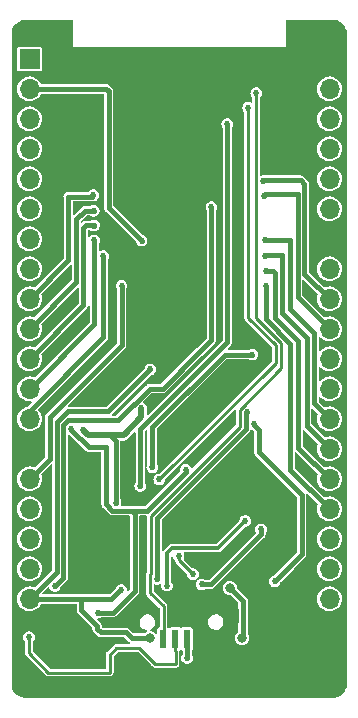
<source format=gbr>
%TF.GenerationSoftware,KiCad,Pcbnew,7.0.6-0*%
%TF.CreationDate,2024-01-10T12:45:23-06:00*%
%TF.ProjectId,ESP32_DevKit,45535033-325f-4446-9576-4b69742e6b69,rev?*%
%TF.SameCoordinates,Original*%
%TF.FileFunction,Copper,L2,Bot*%
%TF.FilePolarity,Positive*%
%FSLAX46Y46*%
G04 Gerber Fmt 4.6, Leading zero omitted, Abs format (unit mm)*
G04 Created by KiCad (PCBNEW 7.0.6-0) date 2024-01-10 12:45:23*
%MOMM*%
%LPD*%
G01*
G04 APERTURE LIST*
%TA.AperFunction,ComponentPad*%
%ADD10O,1.000000X2.100000*%
%TD*%
%TA.AperFunction,ComponentPad*%
%ADD11O,1.000000X1.600000*%
%TD*%
%TA.AperFunction,ComponentPad*%
%ADD12R,1.700000X1.700000*%
%TD*%
%TA.AperFunction,ComponentPad*%
%ADD13O,1.700000X1.700000*%
%TD*%
%TA.AperFunction,SMDPad,CuDef*%
%ADD14R,0.600000X1.550000*%
%TD*%
%TA.AperFunction,SMDPad,CuDef*%
%ADD15R,1.200000X1.800000*%
%TD*%
%TA.AperFunction,ViaPad*%
%ADD16C,0.800000*%
%TD*%
%TA.AperFunction,ViaPad*%
%ADD17C,0.520000*%
%TD*%
%TA.AperFunction,Conductor*%
%ADD18C,0.381000*%
%TD*%
%TA.AperFunction,Conductor*%
%ADD19C,0.254000*%
%TD*%
%TA.AperFunction,Conductor*%
%ADD20C,0.304800*%
%TD*%
%TA.AperFunction,Conductor*%
%ADD21C,0.508000*%
%TD*%
G04 APERTURE END LIST*
D10*
%TO.P,P1,S1,SHIELD*%
%TO.N,GNDREF*%
X186350000Y-97710000D03*
D11*
X186350000Y-101890000D03*
D10*
X194990000Y-97710000D03*
D11*
X194990000Y-101890000D03*
%TD*%
D12*
%TO.P,J3,1,Pin_1*%
%TO.N,GNDREF*%
X203200000Y-50520000D03*
D13*
%TO.P,J3,2,Pin_2*%
%TO.N,/GPIO23*%
X203200000Y-53060000D03*
%TO.P,J3,3,Pin_3*%
%TO.N,/SCL*%
X203200000Y-55600000D03*
%TO.P,J3,4,Pin_4*%
%TO.N,/TXD0*%
X203200000Y-58140000D03*
%TO.P,J3,5,Pin_5*%
%TO.N,/RXD0*%
X203200000Y-60680000D03*
%TO.P,J3,6,Pin_6*%
%TO.N,/SDA*%
X203200000Y-63220000D03*
%TO.P,J3,7,Pin_7*%
%TO.N,GNDREF*%
X203200000Y-65760000D03*
%TO.P,J3,8,Pin_8*%
%TO.N,/GPIO19*%
X203200000Y-68300000D03*
%TO.P,J3,9,Pin_9*%
%TO.N,/GPIO18*%
X203200000Y-70840000D03*
%TO.P,J3,10,Pin_10*%
%TO.N,/GPIO5*%
X203200000Y-73380000D03*
%TO.P,J3,11,Pin_11*%
%TO.N,/NC*%
X203200000Y-75920000D03*
%TO.P,J3,12,Pin_12*%
X203200000Y-78460000D03*
%TO.P,J3,13,Pin_13*%
%TO.N,/GPIO4*%
X203200000Y-81000000D03*
%TO.P,J3,14,Pin_14*%
%TO.N,/GPIO0*%
X203200000Y-83540000D03*
%TO.P,J3,15,Pin_15*%
%TO.N,/GPIO2*%
X203200000Y-86080000D03*
%TO.P,J3,16,Pin_16*%
%TO.N,/GPIO15*%
X203200000Y-88620000D03*
%TO.P,J3,17,Pin_17*%
%TO.N,/NC*%
X203200000Y-91160000D03*
%TO.P,J3,18,Pin_18*%
X203200000Y-93700000D03*
%TO.P,J3,19,Pin_19*%
X203200000Y-96240000D03*
%TD*%
D14*
%TO.P,J1,1,1*%
%TO.N,GNDREF*%
X192120000Y-99620000D03*
%TO.P,J1,2,2*%
%TO.N,+3V3*%
X191120000Y-99620000D03*
%TO.P,J1,3,3*%
%TO.N,/SDA*%
X190120000Y-99620000D03*
%TO.P,J1,4,4*%
%TO.N,/SCL*%
X189120000Y-99620000D03*
D15*
%TO.P,J1,S1,SHIELD*%
%TO.N,GNDREF*%
X193420000Y-103495000D03*
%TO.P,J1,S2,SHIELD*%
X187820000Y-103495000D03*
%TD*%
D12*
%TO.P,J2,1,Pin_1*%
%TO.N,+3V3*%
X177800000Y-50520000D03*
D13*
%TO.P,J2,2,Pin_2*%
%TO.N,/RESET*%
X177800000Y-53060000D03*
%TO.P,J2,3,Pin_3*%
%TO.N,/GPIO36*%
X177800000Y-55600000D03*
%TO.P,J2,4,Pin_4*%
%TO.N,/GPIO39*%
X177800000Y-58140000D03*
%TO.P,J2,5,Pin_5*%
%TO.N,/GPIO34*%
X177800000Y-60680000D03*
%TO.P,J2,6,Pin_6*%
%TO.N,/GPIO35*%
X177800000Y-63220000D03*
%TO.P,J2,7,Pin_7*%
%TO.N,/GPIO32*%
X177800000Y-65760000D03*
%TO.P,J2,8,Pin_8*%
%TO.N,/GPIO33*%
X177800000Y-68300000D03*
%TO.P,J2,9,Pin_9*%
%TO.N,/GPIO25*%
X177800000Y-70840000D03*
%TO.P,J2,10,Pin_10*%
%TO.N,/GPIO26*%
X177800000Y-73380000D03*
%TO.P,J2,11,Pin_11*%
%TO.N,/GPIO27*%
X177800000Y-75920000D03*
%TO.P,J2,12,Pin_12*%
%TO.N,/GPIO14*%
X177800000Y-78460000D03*
%TO.P,J2,13,Pin_13*%
%TO.N,/GPIO12*%
X177800000Y-81000000D03*
%TO.P,J2,14,Pin_14*%
%TO.N,GNDREF*%
X177800000Y-83540000D03*
%TO.P,J2,15,Pin_15*%
%TO.N,/GPIO13*%
X177800000Y-86080000D03*
%TO.P,J2,16,Pin_16*%
%TO.N,/NC*%
X177800000Y-88620000D03*
%TO.P,J2,17,Pin_17*%
X177800000Y-91160000D03*
%TO.P,J2,18,Pin_18*%
X177800000Y-93700000D03*
%TO.P,J2,19,Pin_19*%
%TO.N,VBUS*%
X177800000Y-96240000D03*
%TD*%
D16*
%TO.N,VBUS*%
X194780000Y-95310000D03*
D17*
%TO.N,GNDREF*%
X183610000Y-99760000D03*
X185610000Y-68450000D03*
X189710000Y-60860000D03*
X187430000Y-92100000D03*
X188360000Y-56000000D03*
X183360000Y-84830000D03*
X199397500Y-87610000D03*
X188310000Y-60910000D03*
X198570000Y-101890000D03*
X189710000Y-55990000D03*
X183330000Y-87910000D03*
X196150000Y-91030000D03*
X190060000Y-76160000D03*
X186210000Y-86720000D03*
X185740000Y-89910000D03*
X183840000Y-51010000D03*
D16*
%TO.N,VBUS*%
X195800000Y-99550000D03*
X187980000Y-99550000D03*
D17*
X185560000Y-95490000D03*
X188020000Y-76800000D03*
%TO.N,Net-(P1-VCONN)*%
X197390000Y-90350000D03*
X192370000Y-95010000D03*
%TO.N,/D+*%
X190420000Y-92610000D03*
X191640000Y-94150000D03*
%TO.N,Net-(P1-CC)*%
X196060000Y-89630000D03*
X189440000Y-95120000D03*
%TO.N,+3V3*%
X191140000Y-101240000D03*
%TO.N,/SDA*%
X179940000Y-95160000D03*
X193200000Y-63060000D03*
X177750000Y-99460000D03*
%TO.N,/SCL*%
X196990000Y-53420000D03*
%TO.N,/RESET*%
X187290000Y-65910000D03*
X191010000Y-85300000D03*
X183590000Y-97390000D03*
X181350000Y-81820000D03*
%TO.N,/GPIO25*%
X183200000Y-62060000D03*
%TO.N,/GPIO26*%
X183230000Y-63380000D03*
%TO.N,/GPIO27*%
X183250000Y-64630000D03*
%TO.N,/GPIO14*%
X183270000Y-65890000D03*
%TO.N,/GPIO12*%
X184060000Y-67200000D03*
%TO.N,/GPIO13*%
X185590000Y-69730000D03*
%TO.N,/GPIO15*%
X197800000Y-69710000D03*
%TO.N,/GPIO2*%
X197790000Y-68450000D03*
%TO.N,/GPIO0*%
X197770000Y-67180000D03*
%TO.N,/GPIO4*%
X197740000Y-65890000D03*
%TO.N,/GPIO5*%
X197610000Y-62090000D03*
%TO.N,/GPIO18*%
X197590000Y-60850000D03*
%TO.N,/RXD0*%
X187180000Y-86670000D03*
X194540000Y-56030000D03*
%TO.N,/TXD0*%
X188780000Y-86120000D03*
X196320000Y-54650000D03*
%TO.N,/RTS*%
X196650000Y-75550000D03*
X188210000Y-85100000D03*
%TO.N,Net-(Q2-B)*%
X196240000Y-80450000D03*
X188620000Y-94540000D03*
%TO.N,/DTR*%
X198550000Y-94750000D03*
X196780000Y-81450000D03*
%TO.N,Net-(D2-K)*%
X182340000Y-81960000D03*
X187280000Y-80080000D03*
X185090000Y-88090000D03*
%TD*%
D18*
%TO.N,VBUS*%
X181025969Y-80360000D02*
X184460000Y-80360000D01*
X195880500Y-96410500D02*
X194780000Y-95310000D01*
X184730000Y-96240000D02*
X185480000Y-95490000D01*
D19*
X185480000Y-95490000D02*
X185560000Y-95490000D01*
D18*
X184460000Y-80360000D02*
X188020000Y-76800000D01*
D19*
X185560000Y-95410000D02*
X185480000Y-95490000D01*
D18*
X177800000Y-96240000D02*
X182190000Y-96240000D01*
X183839500Y-99079500D02*
X185969500Y-99079500D01*
X185969500Y-99079500D02*
X186440000Y-99550000D01*
X183520000Y-98540000D02*
X183520000Y-98760000D01*
D19*
X185560000Y-95490000D02*
X185560000Y-95410000D01*
D18*
X186440000Y-99550000D02*
X187980000Y-99550000D01*
X177800000Y-96240000D02*
X180088500Y-93951500D01*
X195800000Y-99550000D02*
X195880500Y-99469500D01*
X180088500Y-81297469D02*
X181025969Y-80360000D01*
X182190000Y-96240000D02*
X184730000Y-96240000D01*
X182190000Y-96240000D02*
X182190000Y-97210000D01*
X183520000Y-98760000D02*
X183839500Y-99079500D01*
X182190000Y-97210000D02*
X183520000Y-98540000D01*
X180088500Y-93951500D02*
X180088500Y-81297469D01*
X195880500Y-99469500D02*
X195880500Y-96410500D01*
%TO.N,Net-(P1-VCONN)*%
X197390000Y-90752373D02*
X193132373Y-95010000D01*
X193132373Y-95010000D02*
X192370000Y-95010000D01*
X197390000Y-90350000D02*
X197390000Y-90752373D01*
D19*
%TO.N,/D+*%
X191640000Y-94150000D02*
X190420000Y-92930000D01*
X190420000Y-92930000D02*
X190420000Y-92610000D01*
D20*
%TO.N,Net-(P1-CC)*%
X196060000Y-89630000D02*
X193770000Y-91920000D01*
X193770000Y-91920000D02*
X189870000Y-91920000D01*
X189440000Y-92350000D02*
X189440000Y-95120000D01*
X189870000Y-91920000D02*
X189440000Y-92350000D01*
D18*
%TO.N,+3V3*%
X191150000Y-99920000D02*
X191150000Y-101230000D01*
X191150000Y-101230000D02*
X191140000Y-101240000D01*
D19*
%TO.N,/SDA*%
X187100000Y-100377000D02*
X188353000Y-101630000D01*
D18*
X192120000Y-75370000D02*
X189060000Y-78430000D01*
D19*
X188463000Y-101740000D02*
X187100000Y-100377000D01*
D18*
X180669500Y-81538127D02*
X180669500Y-94430500D01*
D19*
X177750000Y-100820000D02*
X179400000Y-102470000D01*
X188480000Y-101740000D02*
X189300000Y-101740000D01*
D18*
X193200000Y-74310000D02*
X192140000Y-75370000D01*
D19*
X184590000Y-102470000D02*
X184590000Y-100947000D01*
D18*
X192140000Y-75370000D02*
X192120000Y-75370000D01*
X193200000Y-63060000D02*
X193200000Y-74310000D01*
X187967627Y-78430000D02*
X185277626Y-81120000D01*
D19*
X190150000Y-99920000D02*
X190150000Y-100649000D01*
X185160000Y-100377000D02*
X187100000Y-100377000D01*
D18*
X189060000Y-78430000D02*
X187967627Y-78430000D01*
D19*
X179400000Y-102470000D02*
X184590000Y-102470000D01*
X189300000Y-101740000D02*
X188463000Y-101740000D01*
X188353000Y-101630000D02*
X188370000Y-101630000D01*
X188370000Y-101630000D02*
X188480000Y-101740000D01*
X184590000Y-100947000D02*
X185160000Y-100377000D01*
D18*
X180669500Y-94430500D02*
X179940000Y-95160000D01*
X185277626Y-81120000D02*
X181087627Y-81120000D01*
D19*
X190160000Y-100659000D02*
X190160000Y-101740000D01*
X190160000Y-101740000D02*
X189300000Y-101740000D01*
X177750000Y-99460000D02*
X177750000Y-100820000D01*
D18*
X181087627Y-81120000D02*
X180669500Y-81538127D01*
D19*
X190150000Y-100649000D02*
X190160000Y-100659000D01*
%TO.N,/SCL*%
X189150000Y-96860000D02*
X189150000Y-99920000D01*
X196973000Y-72464856D02*
X199090000Y-74581856D01*
X196973000Y-53437000D02*
X196973000Y-72464856D01*
X199090000Y-74581856D02*
X199090000Y-76727430D01*
X195582000Y-80235430D02*
X195582000Y-81656144D01*
X188003000Y-94157000D02*
X188003000Y-95713000D01*
X188047000Y-94113000D02*
X188003000Y-94157000D01*
X196990000Y-53420000D02*
X196973000Y-53437000D01*
X195582000Y-81656144D02*
X188047000Y-89191144D01*
X188047000Y-89191144D02*
X188047000Y-94113000D01*
X188003000Y-95713000D02*
X189150000Y-96860000D01*
X199090000Y-76727430D02*
X195582000Y-80235430D01*
D18*
%TO.N,/RESET*%
X186700000Y-95550643D02*
X186700000Y-88990500D01*
X184280000Y-83410000D02*
X184280000Y-88242373D01*
X184280000Y-88242373D02*
X184808127Y-88770500D01*
X184510000Y-53270000D02*
X184300000Y-53060000D01*
X181350000Y-81820000D02*
X181350000Y-81932373D01*
X191010000Y-85300000D02*
X191010000Y-85496288D01*
X187290000Y-65910000D02*
X184510000Y-63130000D01*
X184808127Y-88770500D02*
X186480000Y-88770500D01*
X184300000Y-53060000D02*
X177800000Y-53060000D01*
X184510000Y-63130000D02*
X184510000Y-53270000D01*
X187735788Y-88770500D02*
X186480000Y-88770500D01*
X186700000Y-88990500D02*
X186480000Y-88770500D01*
X184250000Y-83380000D02*
X184280000Y-83410000D01*
X191010000Y-85496288D02*
X187735788Y-88770500D01*
X183590000Y-97390000D02*
X184860643Y-97390000D01*
X184860643Y-97390000D02*
X186700000Y-95550643D01*
X181350000Y-81932373D02*
X182797627Y-83380000D01*
X182797627Y-83380000D02*
X184250000Y-83380000D01*
%TO.N,/GPIO25*%
X181070000Y-62170000D02*
X183090000Y-62170000D01*
X177800000Y-70840000D02*
X181070000Y-67570000D01*
X183090000Y-62170000D02*
X183200000Y-62060000D01*
X181070000Y-67570000D02*
X181070000Y-62170000D01*
%TO.N,/GPIO26*%
X182500000Y-63360000D02*
X183210000Y-63360000D01*
X177800000Y-73380000D02*
X181760000Y-69420000D01*
X181760000Y-69420000D02*
X181760000Y-64100000D01*
X181760000Y-64100000D02*
X182500000Y-63360000D01*
X183210000Y-63360000D02*
X183230000Y-63380000D01*
%TO.N,/GPIO27*%
X182341000Y-64850000D02*
X182341000Y-71379000D01*
X182591000Y-64600000D02*
X182341000Y-64850000D01*
X182341000Y-71379000D02*
X177800000Y-75920000D01*
X183220000Y-64600000D02*
X182591000Y-64600000D01*
X183250000Y-64630000D02*
X183220000Y-64600000D01*
%TO.N,/GPIO14*%
X183270000Y-72990000D02*
X183270000Y-65890000D01*
X177800000Y-78460000D02*
X183270000Y-72990000D01*
%TO.N,/GPIO12*%
X177800000Y-80360000D02*
X184060000Y-74100000D01*
X177800000Y-81000000D02*
X177800000Y-80360000D01*
X184060000Y-74100000D02*
X184060000Y-67200000D01*
%TO.N,/GPIO13*%
X185600000Y-74750000D02*
X179507500Y-80842500D01*
X185600000Y-69740000D02*
X185600000Y-74750000D01*
X179507500Y-80842500D02*
X179507500Y-84372500D01*
X185590000Y-69730000D02*
X185600000Y-69740000D01*
X179507500Y-84372500D02*
X177800000Y-86080000D01*
%TO.N,/GPIO15*%
X197800000Y-72560000D02*
X197800000Y-69710000D01*
X199880000Y-85300000D02*
X199880000Y-74640000D01*
X203200000Y-88620000D02*
X199880000Y-85300000D01*
X199880000Y-74640000D02*
X197800000Y-72560000D01*
%TO.N,/GPIO2*%
X200550000Y-74371000D02*
X198619000Y-72440000D01*
X198420000Y-68450000D02*
X197790000Y-68450000D01*
X198619000Y-72440000D02*
X198619000Y-68649000D01*
X198619000Y-68649000D02*
X198420000Y-68450000D01*
X203200000Y-86080000D02*
X200550000Y-83430000D01*
X200550000Y-83430000D02*
X200550000Y-74371000D01*
%TO.N,/GPIO0*%
X201270000Y-74110000D02*
X199200000Y-72040000D01*
X203200000Y-83540000D02*
X201270000Y-81610000D01*
X199200000Y-67130000D02*
X197820000Y-67130000D01*
X199200000Y-72040000D02*
X199200000Y-67130000D01*
X197820000Y-67130000D02*
X197770000Y-67180000D01*
X201270000Y-81610000D02*
X201270000Y-74110000D01*
%TO.N,/GPIO4*%
X197820000Y-65810000D02*
X197740000Y-65890000D01*
X199860000Y-65810000D02*
X197820000Y-65810000D01*
X201890000Y-73720000D02*
X199860000Y-71690000D01*
X199860000Y-71690000D02*
X199860000Y-65810000D01*
X203200000Y-81000000D02*
X201890000Y-79690000D01*
X201890000Y-79690000D02*
X201890000Y-73720000D01*
%TO.N,/GPIO5*%
X197770000Y-61930000D02*
X197610000Y-62090000D01*
X203200000Y-73380000D02*
X200490000Y-70670000D01*
X200490000Y-70670000D02*
X200490000Y-61930000D01*
X200490000Y-61930000D02*
X197770000Y-61930000D01*
%TO.N,/GPIO18*%
X201071000Y-68711000D02*
X201071000Y-61101000D01*
X203200000Y-70840000D02*
X201071000Y-68711000D01*
X201071000Y-61101000D02*
X200750000Y-60780000D01*
X197660000Y-60780000D02*
X197590000Y-60850000D01*
X200750000Y-60780000D02*
X197660000Y-60780000D01*
%TO.N,/RXD0*%
X187180000Y-81881460D02*
X194540000Y-74521460D01*
X194540000Y-74521460D02*
X194540000Y-56030000D01*
X187180000Y-86670000D02*
X187180000Y-81881460D01*
D19*
%TO.N,/TXD0*%
X198636000Y-76254000D02*
X198636000Y-74769908D01*
X198636000Y-74769908D02*
X196320000Y-72453908D01*
X188780000Y-86120000D02*
X188780000Y-86110000D01*
X196320000Y-72453908D02*
X196320000Y-54650000D01*
X188780000Y-86110000D02*
X198636000Y-76254000D01*
D18*
%TO.N,/RTS*%
X188210000Y-85100000D02*
X188170000Y-85060000D01*
X194333118Y-75550000D02*
X196650000Y-75550000D01*
X188170000Y-81713118D02*
X194333118Y-75550000D01*
X188170000Y-85060000D02*
X188170000Y-81713118D01*
%TO.N,Net-(Q2-B)*%
X196099500Y-81870500D02*
X196099500Y-80590500D01*
X188620000Y-94540000D02*
X188620000Y-89350000D01*
X196099500Y-80590500D02*
X196240000Y-80450000D01*
X188620000Y-89350000D02*
X196099500Y-81870500D01*
%TO.N,/DTR*%
X200840000Y-87430000D02*
X197200000Y-83790000D01*
X198550000Y-94750000D02*
X200840000Y-92460000D01*
X196780000Y-81450000D02*
X196780000Y-81480000D01*
X196780000Y-81480000D02*
X197200000Y-81900000D01*
X197200000Y-83790000D02*
X197200000Y-81900000D01*
X200840000Y-92460000D02*
X200840000Y-87430000D01*
D21*
%TO.N,Net-(D2-K)*%
X185770000Y-82380000D02*
X184590000Y-82380000D01*
D18*
X185090000Y-88090000D02*
X185090000Y-82880000D01*
D21*
X187280000Y-80080000D02*
X187280000Y-80870000D01*
X184590000Y-82380000D02*
X182760000Y-82380000D01*
D18*
X185090000Y-82880000D02*
X184590000Y-82380000D01*
D21*
X182760000Y-82380000D02*
X182340000Y-81960000D01*
X187280000Y-80870000D02*
X185770000Y-82380000D01*
%TD*%
%TA.AperFunction,Conductor*%
%TO.N,GNDREF*%
G36*
X187692638Y-89179093D02*
G01*
X187718358Y-89223642D01*
X187719500Y-89236700D01*
X187719500Y-93967190D01*
X187705901Y-94010321D01*
X187701608Y-94016451D01*
X187701605Y-94016458D01*
X187700380Y-94021030D01*
X187692872Y-94039156D01*
X187690502Y-94043260D01*
X187683244Y-94084422D01*
X187682534Y-94087625D01*
X187671713Y-94128013D01*
X187671713Y-94128015D01*
X187671713Y-94128016D01*
X187673528Y-94148758D01*
X187675357Y-94169662D01*
X187675500Y-94172941D01*
X187675500Y-95697057D01*
X187675357Y-95700335D01*
X187671713Y-95741982D01*
X187671713Y-95741985D01*
X187682535Y-95782373D01*
X187683245Y-95785576D01*
X187690502Y-95826738D01*
X187692872Y-95830843D01*
X187700380Y-95848968D01*
X187701606Y-95853542D01*
X187701608Y-95853546D01*
X187725580Y-95887782D01*
X187727343Y-95890549D01*
X187748251Y-95926761D01*
X187780282Y-95953638D01*
X187782690Y-95955844D01*
X188800474Y-96973628D01*
X188822214Y-97020247D01*
X188822500Y-97026801D01*
X188822500Y-98578359D01*
X188804907Y-98626697D01*
X188761973Y-98652114D01*
X188741769Y-98656133D01*
X188741768Y-98656133D01*
X188675448Y-98700448D01*
X188631133Y-98766768D01*
X188631132Y-98766770D01*
X188619500Y-98825251D01*
X188619500Y-99175450D01*
X188601907Y-99223788D01*
X188557358Y-99249508D01*
X188506700Y-99240575D01*
X188484640Y-99221229D01*
X188408282Y-99121717D01*
X188282842Y-99025465D01*
X188282841Y-99025464D01*
X188282839Y-99025463D01*
X188136763Y-98964956D01*
X188113368Y-98961876D01*
X188061606Y-98955061D01*
X188015979Y-98931309D01*
X187996295Y-98883785D01*
X188011763Y-98834726D01*
X188043738Y-98810587D01*
X188098299Y-98788985D01*
X188232287Y-98691637D01*
X188337856Y-98564026D01*
X188408373Y-98414171D01*
X188413002Y-98389907D01*
X188439406Y-98251486D01*
X188429007Y-98086197D01*
X188429006Y-98086191D01*
X188377827Y-97928681D01*
X188377825Y-97928676D01*
X188289086Y-97788847D01*
X188289084Y-97788845D01*
X188168357Y-97675474D01*
X188168353Y-97675472D01*
X188023227Y-97595688D01*
X188023224Y-97595687D01*
X187862809Y-97554500D01*
X187738758Y-97554500D01*
X187713937Y-97557635D01*
X187615688Y-97570046D01*
X187615685Y-97570047D01*
X187461700Y-97631015D01*
X187327711Y-97728364D01*
X187222144Y-97855973D01*
X187151626Y-98005831D01*
X187151625Y-98005833D01*
X187120594Y-98168511D01*
X187120594Y-98168513D01*
X187130992Y-98333802D01*
X187130993Y-98333808D01*
X187182172Y-98491318D01*
X187182174Y-98491323D01*
X187270913Y-98631152D01*
X187270915Y-98631154D01*
X187391642Y-98744525D01*
X187391646Y-98744527D01*
X187532437Y-98821928D01*
X187536776Y-98824313D01*
X187697191Y-98865500D01*
X187697193Y-98865500D01*
X187701773Y-98866676D01*
X187701434Y-98867994D01*
X187742131Y-98888900D01*
X187762074Y-98936316D01*
X187746873Y-98985459D01*
X187715744Y-99009480D01*
X187677165Y-99025460D01*
X187677157Y-99025465D01*
X187551718Y-99121717D01*
X187545687Y-99129578D01*
X187502303Y-99157217D01*
X187486026Y-99159000D01*
X186633107Y-99159000D01*
X186584769Y-99141407D01*
X186579933Y-99136975D01*
X186289769Y-98846811D01*
X186202189Y-98759231D01*
X186179698Y-98747771D01*
X186169643Y-98741609D01*
X186149223Y-98726773D01*
X186125218Y-98718973D01*
X186114320Y-98714458D01*
X186091838Y-98703003D01*
X186091833Y-98703001D01*
X186091832Y-98703001D01*
X186075715Y-98700448D01*
X186066897Y-98699051D01*
X186055427Y-98696297D01*
X186031430Y-98688500D01*
X186031428Y-98688500D01*
X186000274Y-98688500D01*
X184032605Y-98688500D01*
X183984267Y-98670907D01*
X183979431Y-98666474D01*
X183933026Y-98620069D01*
X183911286Y-98573449D01*
X183911000Y-98566895D01*
X183911000Y-98478074D01*
X183910999Y-98478069D01*
X183903201Y-98454069D01*
X183900447Y-98442600D01*
X183896499Y-98417668D01*
X183885037Y-98395174D01*
X183880524Y-98384275D01*
X183872728Y-98360280D01*
X183872727Y-98360279D01*
X183872727Y-98360277D01*
X183857890Y-98339857D01*
X183851725Y-98329795D01*
X183840269Y-98307310D01*
X183751290Y-98218331D01*
X183751267Y-98218310D01*
X183541830Y-98008873D01*
X183520091Y-97962254D01*
X183533405Y-97912567D01*
X183575542Y-97883062D01*
X183595005Y-97880500D01*
X183660520Y-97880500D01*
X183660523Y-97880500D01*
X183795856Y-97840763D01*
X183870274Y-97792937D01*
X183910929Y-97781000D01*
X184922569Y-97781000D01*
X184922571Y-97781000D01*
X184946576Y-97773200D01*
X184958041Y-97770447D01*
X184982975Y-97766499D01*
X185005471Y-97755035D01*
X185016364Y-97750525D01*
X185040366Y-97742727D01*
X185060779Y-97727894D01*
X185070845Y-97721726D01*
X185093332Y-97710269D01*
X185185192Y-97618409D01*
X185185197Y-97618402D01*
X186998240Y-95805361D01*
X186998240Y-95805360D01*
X187020269Y-95783332D01*
X187031726Y-95760843D01*
X187037884Y-95750793D01*
X187052727Y-95730366D01*
X187060526Y-95706360D01*
X187065036Y-95695469D01*
X187076499Y-95672975D01*
X187080447Y-95648043D01*
X187083195Y-95636590D01*
X187091001Y-95612571D01*
X187091001Y-95488714D01*
X187091001Y-95486193D01*
X187091000Y-95486175D01*
X187091000Y-89236700D01*
X187108593Y-89188362D01*
X187153142Y-89162642D01*
X187166200Y-89161500D01*
X187644300Y-89161500D01*
X187692638Y-89179093D01*
G37*
%TD.AperFunction*%
%TA.AperFunction,Conductor*%
G36*
X181173300Y-82312253D02*
G01*
X181188874Y-82324204D01*
X182475937Y-83611267D01*
X182475958Y-83611290D01*
X182564937Y-83700269D01*
X182587422Y-83711725D01*
X182597484Y-83717890D01*
X182617904Y-83732727D01*
X182641913Y-83740528D01*
X182652805Y-83745040D01*
X182654556Y-83745932D01*
X182675295Y-83756499D01*
X182700224Y-83760447D01*
X182711693Y-83763200D01*
X182735699Y-83771001D01*
X182735700Y-83771001D01*
X182865612Y-83771001D01*
X182865624Y-83771000D01*
X183813800Y-83771000D01*
X183862138Y-83788593D01*
X183887858Y-83833142D01*
X183889000Y-83846200D01*
X183889000Y-88304303D01*
X183896797Y-88328300D01*
X183899551Y-88339770D01*
X183903501Y-88364704D01*
X183903503Y-88364711D01*
X183914958Y-88387193D01*
X183919473Y-88398091D01*
X183927273Y-88422096D01*
X183942109Y-88442516D01*
X183948271Y-88452571D01*
X183959731Y-88475062D01*
X184047311Y-88562642D01*
X184047312Y-88562642D01*
X184487857Y-89003188D01*
X184487858Y-89003189D01*
X184575437Y-89090768D01*
X184575438Y-89090769D01*
X184597923Y-89102226D01*
X184607983Y-89108391D01*
X184619853Y-89117014D01*
X184628404Y-89123227D01*
X184652406Y-89131025D01*
X184663307Y-89135540D01*
X184685795Y-89146999D01*
X184710728Y-89150947D01*
X184722193Y-89153699D01*
X184746198Y-89161500D01*
X184777353Y-89161500D01*
X186233800Y-89161500D01*
X186282138Y-89179093D01*
X186307858Y-89223642D01*
X186309000Y-89236700D01*
X186309000Y-95357535D01*
X186291407Y-95405873D01*
X186286974Y-95410709D01*
X186180897Y-95516786D01*
X186134277Y-95538526D01*
X186084590Y-95525212D01*
X186055085Y-95483075D01*
X186053290Y-95474325D01*
X186035471Y-95350389D01*
X186035469Y-95350384D01*
X186035469Y-95350383D01*
X185976879Y-95222091D01*
X185976878Y-95222090D01*
X185976878Y-95222089D01*
X185884512Y-95115493D01*
X185765856Y-95039237D01*
X185765855Y-95039236D01*
X185765854Y-95039236D01*
X185630525Y-94999500D01*
X185630523Y-94999500D01*
X185489477Y-94999500D01*
X185489474Y-94999500D01*
X185354145Y-95039236D01*
X185235488Y-95115493D01*
X185143121Y-95222090D01*
X185105189Y-95305148D01*
X185089959Y-95327082D01*
X184590068Y-95826974D01*
X184543449Y-95848714D01*
X184536895Y-95849000D01*
X182226691Y-95849000D01*
X182214927Y-95848074D01*
X182190000Y-95844126D01*
X182165073Y-95848074D01*
X182153309Y-95849000D01*
X178925504Y-95849000D01*
X178877166Y-95831407D01*
X178851446Y-95786858D01*
X178860379Y-95736200D01*
X178872330Y-95720626D01*
X179104246Y-95488710D01*
X179336782Y-95256173D01*
X179383401Y-95234434D01*
X179433088Y-95247748D01*
X179462593Y-95289885D01*
X179464388Y-95298637D01*
X179464527Y-95299605D01*
X179464530Y-95299616D01*
X179523120Y-95427908D01*
X179523121Y-95427909D01*
X179523122Y-95427911D01*
X179615488Y-95534507D01*
X179734144Y-95610763D01*
X179869477Y-95650500D01*
X179869480Y-95650500D01*
X180010520Y-95650500D01*
X180010523Y-95650500D01*
X180145856Y-95610763D01*
X180264512Y-95534507D01*
X180356878Y-95427911D01*
X180393420Y-95347896D01*
X180415469Y-95299616D01*
X180415469Y-95299615D01*
X180415471Y-95299611D01*
X180422341Y-95251823D01*
X180443600Y-95209355D01*
X180895994Y-94756961D01*
X180896004Y-94756954D01*
X180989769Y-94663189D01*
X181001226Y-94640702D01*
X181007396Y-94630634D01*
X181022227Y-94610223D01*
X181030025Y-94586219D01*
X181034535Y-94575328D01*
X181045999Y-94552832D01*
X181049947Y-94527898D01*
X181052700Y-94516433D01*
X181060500Y-94492428D01*
X181060500Y-94368571D01*
X181060500Y-94368570D01*
X181060500Y-82377378D01*
X181078093Y-82329040D01*
X181122642Y-82303320D01*
X181173300Y-82312253D01*
G37*
%TD.AperFunction*%
%TA.AperFunction,Conductor*%
G36*
X181480638Y-47238093D02*
G01*
X181506358Y-47282642D01*
X181507500Y-47295700D01*
X181507500Y-49525000D01*
X199507500Y-49525000D01*
X199507500Y-47295700D01*
X199525093Y-47247362D01*
X199569642Y-47221642D01*
X199582700Y-47220500D01*
X203508790Y-47220500D01*
X203513485Y-47220794D01*
X203807323Y-47257809D01*
X203825456Y-47262441D01*
X204062782Y-47355816D01*
X204080256Y-47365551D01*
X204329785Y-47552008D01*
X204345006Y-47567229D01*
X204531460Y-47816755D01*
X204531461Y-47816756D01*
X204541199Y-47834236D01*
X204634574Y-48071559D01*
X204639206Y-48089693D01*
X204676221Y-48383526D01*
X204676516Y-48388230D01*
X204676516Y-103451768D01*
X204676221Y-103456465D01*
X204667065Y-103529155D01*
X204639205Y-103750304D01*
X204634573Y-103768438D01*
X204541199Y-104005761D01*
X204531461Y-104023241D01*
X204345009Y-104272765D01*
X204329782Y-104287992D01*
X204080258Y-104474444D01*
X204062778Y-104484182D01*
X203825455Y-104577557D01*
X203807321Y-104582189D01*
X203626490Y-104604969D01*
X203513481Y-104619205D01*
X203508786Y-104619500D01*
X177445248Y-104619500D01*
X177440550Y-104619205D01*
X177336065Y-104606042D01*
X177146708Y-104582188D01*
X177128574Y-104577556D01*
X176891253Y-104484183D01*
X176873773Y-104474445D01*
X176733797Y-104369850D01*
X176624246Y-104287989D01*
X176609025Y-104272768D01*
X176422568Y-104023239D01*
X176412833Y-104005765D01*
X176319457Y-103768437D01*
X176314825Y-103750302D01*
X176285740Y-103519408D01*
X176277811Y-103456465D01*
X176277517Y-103451769D01*
X176277517Y-96240000D01*
X176744417Y-96240000D01*
X176764699Y-96445932D01*
X176824765Y-96643947D01*
X176824770Y-96643959D01*
X176879453Y-96746262D01*
X176922315Y-96826450D01*
X177053590Y-96986410D01*
X177213550Y-97117685D01*
X177396046Y-97215232D01*
X177396050Y-97215233D01*
X177396052Y-97215234D01*
X177469778Y-97237598D01*
X177594066Y-97275300D01*
X177800000Y-97295583D01*
X178005934Y-97275300D01*
X178203954Y-97215232D01*
X178386450Y-97117685D01*
X178546410Y-96986410D01*
X178677685Y-96826450D01*
X178720549Y-96746258D01*
X178760910Y-96670750D01*
X178799212Y-96636414D01*
X178827230Y-96631000D01*
X181723800Y-96631000D01*
X181772138Y-96648593D01*
X181797858Y-96693142D01*
X181799000Y-96706200D01*
X181799000Y-97271930D01*
X181806797Y-97295927D01*
X181809551Y-97307397D01*
X181813501Y-97332331D01*
X181813503Y-97332338D01*
X181824958Y-97354820D01*
X181829473Y-97365718D01*
X181837273Y-97389723D01*
X181852109Y-97410143D01*
X181858273Y-97420201D01*
X181869732Y-97442691D01*
X181961590Y-97534549D01*
X181961604Y-97534561D01*
X183106974Y-98679931D01*
X183128714Y-98726550D01*
X183129000Y-98733104D01*
X183129000Y-98821930D01*
X183136797Y-98845927D01*
X183139551Y-98857397D01*
X183143501Y-98882331D01*
X183143503Y-98882338D01*
X183154958Y-98904820D01*
X183159473Y-98915718D01*
X183167273Y-98939723D01*
X183182109Y-98960143D01*
X183188273Y-98970201D01*
X183199732Y-98992691D01*
X183291590Y-99084549D01*
X183291604Y-99084561D01*
X183517810Y-99310767D01*
X183517831Y-99310790D01*
X183606810Y-99399769D01*
X183629295Y-99411225D01*
X183639357Y-99417390D01*
X183659777Y-99432227D01*
X183683779Y-99440025D01*
X183694680Y-99444540D01*
X183717168Y-99455999D01*
X183742101Y-99459947D01*
X183753566Y-99462699D01*
X183777571Y-99470500D01*
X183808726Y-99470500D01*
X185776394Y-99470500D01*
X185824732Y-99488093D01*
X185829568Y-99492526D01*
X185969344Y-99632302D01*
X186119730Y-99782688D01*
X186119731Y-99782689D01*
X186168100Y-99831058D01*
X186207312Y-99870270D01*
X186229798Y-99881727D01*
X186239853Y-99887888D01*
X186260276Y-99902726D01*
X186260277Y-99902726D01*
X186260278Y-99902727D01*
X186260440Y-99902780D01*
X186260550Y-99902866D01*
X186265552Y-99905415D01*
X186265056Y-99906386D01*
X186300977Y-99934448D01*
X186311674Y-99984763D01*
X186287526Y-100030183D01*
X186239832Y-100049454D01*
X186237205Y-100049500D01*
X185175942Y-100049500D01*
X185172664Y-100049357D01*
X185159914Y-100048241D01*
X185131016Y-100045713D01*
X185131015Y-100045713D01*
X185131013Y-100045713D01*
X185090622Y-100056535D01*
X185087429Y-100057243D01*
X185067063Y-100060834D01*
X185046264Y-100064502D01*
X185046255Y-100064505D01*
X185042161Y-100066869D01*
X185024037Y-100074377D01*
X185019461Y-100075603D01*
X185019456Y-100075605D01*
X184985208Y-100099586D01*
X184982442Y-100101348D01*
X184946241Y-100122249D01*
X184946238Y-100122251D01*
X184919366Y-100154276D01*
X184917149Y-100156694D01*
X184369701Y-100704144D01*
X184367282Y-100706361D01*
X184335251Y-100733238D01*
X184335248Y-100733241D01*
X184314340Y-100769452D01*
X184312579Y-100772217D01*
X184288606Y-100806455D01*
X184288605Y-100806458D01*
X184287380Y-100811030D01*
X184279872Y-100829156D01*
X184277502Y-100833260D01*
X184270244Y-100874422D01*
X184269534Y-100877625D01*
X184258713Y-100918013D01*
X184258713Y-100918015D01*
X184258713Y-100918016D01*
X184260089Y-100933738D01*
X184262357Y-100959662D01*
X184262500Y-100962941D01*
X184262500Y-102067300D01*
X184244907Y-102115638D01*
X184200358Y-102141358D01*
X184187300Y-102142500D01*
X179566803Y-102142500D01*
X179518465Y-102124907D01*
X179513629Y-102120474D01*
X178099526Y-100706371D01*
X178077786Y-100659751D01*
X178077500Y-100653197D01*
X178077500Y-99859106D01*
X178095093Y-99810768D01*
X178095868Y-99809860D01*
X178119412Y-99782689D01*
X178166878Y-99727911D01*
X178225471Y-99599611D01*
X178245544Y-99460000D01*
X178225471Y-99320389D01*
X178225469Y-99320384D01*
X178225469Y-99320383D01*
X178166879Y-99192091D01*
X178166878Y-99192090D01*
X178166878Y-99192089D01*
X178074512Y-99085493D01*
X177955856Y-99009237D01*
X177955855Y-99009236D01*
X177955854Y-99009236D01*
X177820525Y-98969500D01*
X177820523Y-98969500D01*
X177679477Y-98969500D01*
X177679474Y-98969500D01*
X177544145Y-99009236D01*
X177425488Y-99085493D01*
X177333120Y-99192091D01*
X177274530Y-99320383D01*
X177274530Y-99320385D01*
X177274529Y-99320387D01*
X177274529Y-99320389D01*
X177254456Y-99460000D01*
X177274529Y-99599611D01*
X177274529Y-99599612D01*
X177274530Y-99599614D01*
X177274530Y-99599616D01*
X177333120Y-99727908D01*
X177333121Y-99727909D01*
X177333122Y-99727911D01*
X177380587Y-99782688D01*
X177404132Y-99809860D01*
X177422491Y-99857913D01*
X177422500Y-99859106D01*
X177422500Y-100804057D01*
X177422357Y-100807335D01*
X177418713Y-100848982D01*
X177418713Y-100848985D01*
X177429535Y-100889373D01*
X177430245Y-100892576D01*
X177437502Y-100933738D01*
X177439872Y-100937843D01*
X177447380Y-100955968D01*
X177448606Y-100960542D01*
X177448608Y-100960546D01*
X177472580Y-100994782D01*
X177474343Y-100997549D01*
X177495251Y-101033761D01*
X177527282Y-101060638D01*
X177529690Y-101062844D01*
X179157153Y-102690308D01*
X179159359Y-102692716D01*
X179175957Y-102712495D01*
X179186240Y-102724750D01*
X179222461Y-102745662D01*
X179225197Y-102747404D01*
X179251318Y-102765695D01*
X179259455Y-102771393D01*
X179259456Y-102771393D01*
X179259457Y-102771394D01*
X179264022Y-102772617D01*
X179282158Y-102780128D01*
X179286261Y-102782497D01*
X179327450Y-102789759D01*
X179330639Y-102790467D01*
X179371015Y-102801286D01*
X179412654Y-102797643D01*
X179415933Y-102797500D01*
X184647746Y-102797500D01*
X184647747Y-102797500D01*
X184668901Y-102789799D01*
X184681556Y-102786408D01*
X184703739Y-102782497D01*
X184703743Y-102782495D01*
X184723241Y-102771237D01*
X184735118Y-102765698D01*
X184756276Y-102757998D01*
X184773530Y-102743519D01*
X184784248Y-102736014D01*
X184803760Y-102724750D01*
X184818233Y-102707499D01*
X184827499Y-102698233D01*
X184844750Y-102683760D01*
X184856014Y-102664248D01*
X184863519Y-102653530D01*
X184877998Y-102636276D01*
X184885698Y-102615118D01*
X184891237Y-102603241D01*
X184902496Y-102583741D01*
X184902496Y-102583740D01*
X184902497Y-102583739D01*
X184906408Y-102561556D01*
X184909801Y-102548897D01*
X184917499Y-102527750D01*
X184917500Y-102527745D01*
X184917500Y-101113803D01*
X184935093Y-101065465D01*
X184939526Y-101060628D01*
X185273630Y-100726525D01*
X185320250Y-100704786D01*
X185326804Y-100704500D01*
X186933198Y-100704500D01*
X186981536Y-100722093D01*
X186986371Y-100726525D01*
X187538132Y-101278287D01*
X188110153Y-101850308D01*
X188112360Y-101852716D01*
X188139240Y-101884751D01*
X188143334Y-101887114D01*
X188158912Y-101899067D01*
X188220154Y-101960309D01*
X188222360Y-101962717D01*
X188249238Y-101994748D01*
X188249240Y-101994750D01*
X188285461Y-102015662D01*
X188288197Y-102017404D01*
X188314318Y-102035695D01*
X188322455Y-102041393D01*
X188322456Y-102041393D01*
X188322457Y-102041394D01*
X188327022Y-102042617D01*
X188345158Y-102050128D01*
X188349261Y-102052497D01*
X188390448Y-102059758D01*
X188393622Y-102060462D01*
X188434016Y-102071287D01*
X188435969Y-102071116D01*
X188449074Y-102071116D01*
X188451010Y-102071284D01*
X188451015Y-102071286D01*
X188492654Y-102067643D01*
X188495933Y-102067500D01*
X190217746Y-102067500D01*
X190217747Y-102067500D01*
X190218297Y-102067300D01*
X190221514Y-102066128D01*
X190238901Y-102059799D01*
X190251556Y-102056408D01*
X190273739Y-102052497D01*
X190273743Y-102052495D01*
X190293241Y-102041237D01*
X190305118Y-102035698D01*
X190326276Y-102027998D01*
X190343530Y-102013519D01*
X190354248Y-102006014D01*
X190373760Y-101994750D01*
X190388233Y-101977499D01*
X190397499Y-101968233D01*
X190414750Y-101953760D01*
X190426014Y-101934248D01*
X190433519Y-101923530D01*
X190447998Y-101906276D01*
X190455698Y-101885118D01*
X190461237Y-101873241D01*
X190472496Y-101853741D01*
X190472496Y-101853740D01*
X190472497Y-101853739D01*
X190476408Y-101831556D01*
X190479801Y-101818897D01*
X190487499Y-101797750D01*
X190487500Y-101797745D01*
X190487500Y-100674941D01*
X190487643Y-100671663D01*
X190489259Y-100653197D01*
X190491287Y-100630016D01*
X190491286Y-100630014D01*
X190491860Y-100623462D01*
X190494801Y-100623719D01*
X190505036Y-100585477D01*
X190524863Y-100566071D01*
X190564552Y-100539552D01*
X190564554Y-100539547D01*
X190564556Y-100539547D01*
X190566826Y-100537278D01*
X190570557Y-100535537D01*
X190570710Y-100535436D01*
X190570725Y-100535459D01*
X190613446Y-100515538D01*
X190663133Y-100528852D01*
X190673174Y-100537278D01*
X190675445Y-100539549D01*
X190675446Y-100539550D01*
X190675448Y-100539552D01*
X190725580Y-100573050D01*
X190755996Y-100614533D01*
X190759000Y-100635575D01*
X190759000Y-100902634D01*
X190741407Y-100950972D01*
X190740633Y-100951879D01*
X190723123Y-100972086D01*
X190723120Y-100972091D01*
X190664530Y-101100383D01*
X190664530Y-101100385D01*
X190664530Y-101100386D01*
X190664529Y-101100389D01*
X190644456Y-101240000D01*
X190664529Y-101379611D01*
X190664529Y-101379612D01*
X190664530Y-101379614D01*
X190664530Y-101379616D01*
X190723120Y-101507908D01*
X190723121Y-101507909D01*
X190723122Y-101507911D01*
X190815488Y-101614507D01*
X190934144Y-101690763D01*
X191069477Y-101730500D01*
X191069480Y-101730500D01*
X191210520Y-101730500D01*
X191210523Y-101730500D01*
X191345856Y-101690763D01*
X191464512Y-101614507D01*
X191556878Y-101507911D01*
X191615471Y-101379611D01*
X191635544Y-101240000D01*
X191615471Y-101100389D01*
X191615469Y-101100385D01*
X191567856Y-100996128D01*
X191556878Y-100972089D01*
X191556875Y-100972086D01*
X191553969Y-100967563D01*
X191556029Y-100966239D01*
X191541009Y-100926882D01*
X191541000Y-100925716D01*
X191541000Y-100594252D01*
X191558593Y-100545914D01*
X191563030Y-100541074D01*
X191564548Y-100539554D01*
X191564552Y-100539552D01*
X191608867Y-100473231D01*
X191620500Y-100414748D01*
X191620500Y-98825252D01*
X191608867Y-98766769D01*
X191564552Y-98700448D01*
X191498231Y-98656133D01*
X191498229Y-98656132D01*
X191439749Y-98644500D01*
X191439748Y-98644500D01*
X190800252Y-98644500D01*
X190800251Y-98644500D01*
X190741770Y-98656132D01*
X190741768Y-98656133D01*
X190675445Y-98700450D01*
X190673174Y-98702722D01*
X190669440Y-98704462D01*
X190669291Y-98704563D01*
X190669275Y-98704539D01*
X190626554Y-98724462D01*
X190576867Y-98711148D01*
X190566826Y-98702722D01*
X190564554Y-98700450D01*
X190564552Y-98700449D01*
X190564552Y-98700448D01*
X190498231Y-98656133D01*
X190498229Y-98656132D01*
X190439749Y-98644500D01*
X190439748Y-98644500D01*
X189800252Y-98644500D01*
X189800251Y-98644500D01*
X189741770Y-98656132D01*
X189741768Y-98656133D01*
X189675445Y-98700450D01*
X189673174Y-98702722D01*
X189669440Y-98704462D01*
X189669291Y-98704563D01*
X189669275Y-98704539D01*
X189626554Y-98724462D01*
X189576867Y-98711148D01*
X189566826Y-98702722D01*
X189564554Y-98700450D01*
X189564552Y-98700449D01*
X189564552Y-98700448D01*
X189510919Y-98664611D01*
X189480504Y-98623128D01*
X189477500Y-98602086D01*
X189477500Y-98168513D01*
X192900594Y-98168513D01*
X192910992Y-98333802D01*
X192910993Y-98333808D01*
X192962172Y-98491318D01*
X192962174Y-98491323D01*
X193050913Y-98631152D01*
X193050915Y-98631154D01*
X193171642Y-98744525D01*
X193171646Y-98744527D01*
X193312437Y-98821928D01*
X193316776Y-98824313D01*
X193477191Y-98865500D01*
X193477193Y-98865500D01*
X193601240Y-98865500D01*
X193601242Y-98865500D01*
X193724312Y-98849953D01*
X193878299Y-98788985D01*
X194012287Y-98691637D01*
X194117856Y-98564026D01*
X194188373Y-98414171D01*
X194193002Y-98389907D01*
X194219406Y-98251486D01*
X194209007Y-98086197D01*
X194209006Y-98086191D01*
X194157827Y-97928681D01*
X194157825Y-97928676D01*
X194069086Y-97788847D01*
X194069084Y-97788845D01*
X193948357Y-97675474D01*
X193948353Y-97675472D01*
X193803227Y-97595688D01*
X193803224Y-97595687D01*
X193642809Y-97554500D01*
X193518758Y-97554500D01*
X193493937Y-97557635D01*
X193395688Y-97570046D01*
X193395685Y-97570047D01*
X193241700Y-97631015D01*
X193107711Y-97728364D01*
X193002144Y-97855973D01*
X192931626Y-98005831D01*
X192931625Y-98005833D01*
X192900594Y-98168511D01*
X192900594Y-98168513D01*
X189477500Y-98168513D01*
X189477500Y-96875941D01*
X189477643Y-96872663D01*
X189478011Y-96868451D01*
X189481287Y-96831016D01*
X189470461Y-96790617D01*
X189469759Y-96787453D01*
X189462497Y-96746261D01*
X189460128Y-96742158D01*
X189452617Y-96724022D01*
X189451605Y-96720245D01*
X189451394Y-96719457D01*
X189427410Y-96685204D01*
X189425660Y-96682457D01*
X189404750Y-96646240D01*
X189402026Y-96643954D01*
X189372716Y-96619359D01*
X189370308Y-96617153D01*
X188352526Y-95599371D01*
X188330786Y-95552751D01*
X188330500Y-95546197D01*
X188330500Y-95066658D01*
X188348093Y-95018320D01*
X188392642Y-94992600D01*
X188426884Y-94994503D01*
X188549477Y-95030500D01*
X188549480Y-95030500D01*
X188690520Y-95030500D01*
X188690523Y-95030500D01*
X188825856Y-94990763D01*
X188838477Y-94982651D01*
X188888651Y-94971318D01*
X188934373Y-94994887D01*
X188954249Y-95042332D01*
X188953569Y-95056614D01*
X188952125Y-95066658D01*
X188944456Y-95120000D01*
X188964529Y-95259611D01*
X188964529Y-95259612D01*
X188964530Y-95259614D01*
X188964530Y-95259616D01*
X189023120Y-95387908D01*
X189023121Y-95387909D01*
X189023122Y-95387911D01*
X189115488Y-95494507D01*
X189234144Y-95570763D01*
X189369477Y-95610500D01*
X189369480Y-95610500D01*
X189510520Y-95610500D01*
X189510523Y-95610500D01*
X189645856Y-95570763D01*
X189764512Y-95494507D01*
X189856878Y-95387911D01*
X189915471Y-95259611D01*
X189935544Y-95120000D01*
X189919728Y-95010000D01*
X191874456Y-95010000D01*
X191894529Y-95149611D01*
X191894529Y-95149612D01*
X191894530Y-95149614D01*
X191894530Y-95149616D01*
X191953120Y-95277908D01*
X191953121Y-95277909D01*
X191953122Y-95277911D01*
X192045488Y-95384507D01*
X192164144Y-95460763D01*
X192299477Y-95500500D01*
X192299480Y-95500500D01*
X192440520Y-95500500D01*
X192440523Y-95500500D01*
X192575856Y-95460763D01*
X192650274Y-95412937D01*
X192690929Y-95401000D01*
X193194299Y-95401000D01*
X193194301Y-95401000D01*
X193218306Y-95393200D01*
X193229771Y-95390447D01*
X193254705Y-95386499D01*
X193277201Y-95375035D01*
X193288094Y-95370525D01*
X193312096Y-95362727D01*
X193332509Y-95347894D01*
X193342575Y-95341726D01*
X193365062Y-95330269D01*
X193385331Y-95310000D01*
X194174318Y-95310000D01*
X194194956Y-95466763D01*
X194255463Y-95612839D01*
X194255465Y-95612842D01*
X194351717Y-95738282D01*
X194429801Y-95798197D01*
X194477159Y-95834536D01*
X194623238Y-95895044D01*
X194780000Y-95915682D01*
X194780000Y-95915681D01*
X194780002Y-95915682D01*
X194789823Y-95914389D01*
X194840044Y-95925521D01*
X194852814Y-95935771D01*
X195467474Y-96550430D01*
X195489214Y-96597050D01*
X195489500Y-96603604D01*
X195489500Y-98994255D01*
X195471907Y-99042593D01*
X195460079Y-99053915D01*
X195371717Y-99121717D01*
X195275465Y-99247157D01*
X195275463Y-99247160D01*
X195214956Y-99393236D01*
X195194318Y-99549999D01*
X195214956Y-99706763D01*
X195258037Y-99810768D01*
X195275464Y-99852841D01*
X195279356Y-99857913D01*
X195371717Y-99978282D01*
X195439357Y-100030183D01*
X195497159Y-100074536D01*
X195643238Y-100135044D01*
X195800000Y-100155682D01*
X195956762Y-100135044D01*
X196102841Y-100074536D01*
X196228282Y-99978282D01*
X196324536Y-99852841D01*
X196385044Y-99706762D01*
X196405682Y-99550000D01*
X196385044Y-99393238D01*
X196324536Y-99247159D01*
X196324535Y-99247158D01*
X196324535Y-99247157D01*
X196287039Y-99198291D01*
X196271500Y-99152513D01*
X196271500Y-96348574D01*
X196271499Y-96348569D01*
X196263701Y-96324569D01*
X196260947Y-96313100D01*
X196256999Y-96288168D01*
X196245537Y-96265674D01*
X196241024Y-96254775D01*
X196236223Y-96239999D01*
X202144417Y-96239999D01*
X202164699Y-96445932D01*
X202224765Y-96643947D01*
X202224770Y-96643959D01*
X202279453Y-96746262D01*
X202322315Y-96826450D01*
X202453590Y-96986410D01*
X202613550Y-97117685D01*
X202796046Y-97215232D01*
X202796050Y-97215233D01*
X202796052Y-97215234D01*
X202869778Y-97237598D01*
X202994066Y-97275300D01*
X203200000Y-97295583D01*
X203405934Y-97275300D01*
X203603954Y-97215232D01*
X203786450Y-97117685D01*
X203946410Y-96986410D01*
X204077685Y-96826450D01*
X204175232Y-96643954D01*
X204235300Y-96445934D01*
X204255583Y-96240000D01*
X204235300Y-96034066D01*
X204175232Y-95836046D01*
X204172752Y-95831407D01*
X204077687Y-95653554D01*
X204077684Y-95653549D01*
X204073177Y-95648057D01*
X203946410Y-95493590D01*
X203786450Y-95362315D01*
X203786445Y-95362312D01*
X203603959Y-95264770D01*
X203603947Y-95264765D01*
X203405932Y-95204699D01*
X203200000Y-95184417D01*
X202994067Y-95204699D01*
X202796052Y-95264765D01*
X202796040Y-95264770D01*
X202613554Y-95362312D01*
X202613549Y-95362315D01*
X202453590Y-95493590D01*
X202322315Y-95653549D01*
X202322312Y-95653554D01*
X202224770Y-95836040D01*
X202224765Y-95836052D01*
X202164699Y-96034067D01*
X202144417Y-96239999D01*
X196236223Y-96239999D01*
X196233228Y-96230780D01*
X196233227Y-96230779D01*
X196233227Y-96230777D01*
X196218390Y-96210357D01*
X196212225Y-96200295D01*
X196200769Y-96177810D01*
X196111790Y-96088831D01*
X196111767Y-96088810D01*
X195405771Y-95382814D01*
X195384031Y-95336194D01*
X195384389Y-95319823D01*
X195385682Y-95310003D01*
X195385681Y-95310002D01*
X195385682Y-95310000D01*
X195365044Y-95153238D01*
X195304536Y-95007159D01*
X195233442Y-94914507D01*
X195208282Y-94881717D01*
X195101068Y-94799450D01*
X195082841Y-94785464D01*
X195065435Y-94778254D01*
X194936763Y-94724956D01*
X194780000Y-94704318D01*
X194623236Y-94724956D01*
X194477160Y-94785463D01*
X194477157Y-94785465D01*
X194351717Y-94881717D01*
X194255465Y-95007157D01*
X194255463Y-95007160D01*
X194194956Y-95153236D01*
X194174318Y-95310000D01*
X193385331Y-95310000D01*
X193458827Y-95236504D01*
X193458834Y-95236494D01*
X197616494Y-91078834D01*
X197616504Y-91078827D01*
X197710269Y-90985062D01*
X197721726Y-90962575D01*
X197727896Y-90952507D01*
X197742727Y-90932096D01*
X197750525Y-90908092D01*
X197755035Y-90897201D01*
X197766499Y-90874705D01*
X197770447Y-90849771D01*
X197773200Y-90838306D01*
X197781000Y-90814301D01*
X197781000Y-90690444D01*
X197781000Y-90675823D01*
X197798593Y-90627485D01*
X197799333Y-90626617D01*
X197806878Y-90617911D01*
X197865471Y-90489611D01*
X197885544Y-90350000D01*
X197865471Y-90210389D01*
X197865469Y-90210384D01*
X197865469Y-90210383D01*
X197806879Y-90082091D01*
X197806878Y-90082090D01*
X197806878Y-90082089D01*
X197714512Y-89975493D01*
X197595856Y-89899237D01*
X197595855Y-89899236D01*
X197595854Y-89899236D01*
X197460525Y-89859500D01*
X197460523Y-89859500D01*
X197319477Y-89859500D01*
X197319474Y-89859500D01*
X197184145Y-89899236D01*
X197065488Y-89975493D01*
X196973120Y-90082091D01*
X196914530Y-90210383D01*
X196914530Y-90210385D01*
X196914529Y-90210387D01*
X196914529Y-90210389D01*
X196894456Y-90350000D01*
X196914529Y-90489611D01*
X196914529Y-90489612D01*
X196914530Y-90489614D01*
X196914530Y-90489616D01*
X196950924Y-90569307D01*
X196955001Y-90620585D01*
X196935694Y-90653720D01*
X192992442Y-94596974D01*
X192945822Y-94618714D01*
X192939268Y-94619000D01*
X192690929Y-94619000D01*
X192650274Y-94607062D01*
X192575856Y-94559237D01*
X192575855Y-94559236D01*
X192575854Y-94559236D01*
X192440525Y-94519500D01*
X192440523Y-94519500D01*
X192299477Y-94519500D01*
X192299474Y-94519500D01*
X192164143Y-94559236D01*
X192085725Y-94609633D01*
X192036733Y-94620698D01*
X192024772Y-94659169D01*
X192021763Y-94662873D01*
X191953120Y-94742091D01*
X191894530Y-94870383D01*
X191894530Y-94870385D01*
X191894529Y-94870387D01*
X191894529Y-94870389D01*
X191874456Y-95010000D01*
X189919728Y-95010000D01*
X189915471Y-94980389D01*
X189915469Y-94980384D01*
X189915469Y-94980383D01*
X189856879Y-94852091D01*
X189856876Y-94852086D01*
X189811267Y-94799450D01*
X189792909Y-94751398D01*
X189792900Y-94750205D01*
X189792900Y-93758394D01*
X189792900Y-92746437D01*
X189810492Y-92698102D01*
X189855041Y-92672382D01*
X189905699Y-92681315D01*
X189938764Y-92720720D01*
X189942533Y-92735735D01*
X189944528Y-92749609D01*
X189944530Y-92749616D01*
X190003120Y-92877908D01*
X190003121Y-92877909D01*
X190003122Y-92877911D01*
X190038571Y-92918821D01*
X190083845Y-92971071D01*
X190101069Y-93007256D01*
X190107502Y-93043738D01*
X190109872Y-93047843D01*
X190117380Y-93065968D01*
X190118606Y-93070542D01*
X190118608Y-93070546D01*
X190142580Y-93104782D01*
X190144343Y-93107549D01*
X190165251Y-93143761D01*
X190197282Y-93170638D01*
X190199690Y-93172844D01*
X191122430Y-94095585D01*
X191144170Y-94142204D01*
X191144456Y-94148758D01*
X191144456Y-94149997D01*
X191144456Y-94150000D01*
X191164529Y-94289611D01*
X191164529Y-94289612D01*
X191164530Y-94289614D01*
X191164530Y-94289616D01*
X191223120Y-94417908D01*
X191223121Y-94417909D01*
X191223122Y-94417911D01*
X191315488Y-94524507D01*
X191434144Y-94600763D01*
X191569477Y-94640500D01*
X191569480Y-94640500D01*
X191710520Y-94640500D01*
X191710523Y-94640500D01*
X191845856Y-94600763D01*
X191924275Y-94550365D01*
X191973265Y-94539300D01*
X191985228Y-94500829D01*
X191988212Y-94497155D01*
X192056878Y-94417911D01*
X192111075Y-94299237D01*
X192115469Y-94289616D01*
X192115469Y-94289615D01*
X192115471Y-94289611D01*
X192135544Y-94150000D01*
X192115471Y-94010389D01*
X192115469Y-94010384D01*
X192115469Y-94010383D01*
X192056879Y-93882091D01*
X192056878Y-93882090D01*
X192056878Y-93882089D01*
X191964512Y-93775493D01*
X191845856Y-93699237D01*
X191845855Y-93699236D01*
X191845854Y-93699236D01*
X191710525Y-93659500D01*
X191710523Y-93659500D01*
X191643803Y-93659500D01*
X191595465Y-93641907D01*
X191590629Y-93637474D01*
X190871975Y-92918821D01*
X190850235Y-92872201D01*
X190856744Y-92834409D01*
X190895471Y-92749611D01*
X190915544Y-92610000D01*
X190895471Y-92470389D01*
X190853889Y-92379339D01*
X190849813Y-92328062D01*
X190879651Y-92286160D01*
X190922294Y-92272900D01*
X193725600Y-92272900D01*
X193741030Y-92274500D01*
X193743903Y-92275102D01*
X193755215Y-92277474D01*
X193779074Y-92274500D01*
X193789596Y-92273189D01*
X193794250Y-92272900D01*
X193799240Y-92272900D01*
X193799243Y-92272900D01*
X193820888Y-92269287D01*
X193872088Y-92262906D01*
X193872090Y-92262904D01*
X193878060Y-92261128D01*
X193878167Y-92261489D01*
X193880399Y-92260774D01*
X193880277Y-92260417D01*
X193886167Y-92258394D01*
X193886171Y-92258394D01*
X193931544Y-92233839D01*
X193977897Y-92211179D01*
X193977899Y-92211176D01*
X193982966Y-92207559D01*
X193983186Y-92207867D01*
X193985065Y-92206466D01*
X193984833Y-92206168D01*
X193989745Y-92202343D01*
X193989753Y-92202339D01*
X194024700Y-92164375D01*
X196046549Y-90142526D01*
X196093170Y-90120786D01*
X196099724Y-90120500D01*
X196130520Y-90120500D01*
X196130523Y-90120500D01*
X196265856Y-90080763D01*
X196384512Y-90004507D01*
X196476878Y-89897911D01*
X196535471Y-89769611D01*
X196555544Y-89630000D01*
X196535471Y-89490389D01*
X196535469Y-89490384D01*
X196535469Y-89490383D01*
X196476879Y-89362091D01*
X196476878Y-89362090D01*
X196476878Y-89362089D01*
X196384512Y-89255493D01*
X196265856Y-89179237D01*
X196265855Y-89179236D01*
X196265854Y-89179236D01*
X196130525Y-89139500D01*
X196130523Y-89139500D01*
X195989477Y-89139500D01*
X195989474Y-89139500D01*
X195854145Y-89179236D01*
X195735488Y-89255493D01*
X195643120Y-89362091D01*
X195584530Y-89490383D01*
X195584528Y-89490391D01*
X195568609Y-89601102D01*
X195547349Y-89643573D01*
X193645850Y-91545074D01*
X193599230Y-91566814D01*
X193592676Y-91567100D01*
X189914400Y-91567100D01*
X189898970Y-91565500D01*
X189884785Y-91562526D01*
X189850404Y-91566811D01*
X189845750Y-91567100D01*
X189840752Y-91567100D01*
X189819111Y-91570712D01*
X189767910Y-91577094D01*
X189761943Y-91578871D01*
X189761837Y-91578517D01*
X189759602Y-91579233D01*
X189759722Y-91579582D01*
X189753832Y-91581604D01*
X189741419Y-91588321D01*
X189708455Y-91606160D01*
X189685534Y-91617365D01*
X189662105Y-91628819D01*
X189657036Y-91632439D01*
X189656821Y-91632139D01*
X189654934Y-91633546D01*
X189655161Y-91633837D01*
X189650244Y-91637663D01*
X189631486Y-91658040D01*
X189615299Y-91675624D01*
X189418578Y-91872343D01*
X189221858Y-92069064D01*
X189209819Y-92078842D01*
X189197683Y-92086771D01*
X189197682Y-92086772D01*
X189176400Y-92114114D01*
X189173317Y-92117606D01*
X189169787Y-92121135D01*
X189169783Y-92121140D01*
X189157031Y-92139000D01*
X189145543Y-92153760D01*
X189101970Y-92181099D01*
X189051018Y-92174033D01*
X189016528Y-92135869D01*
X189011000Y-92107571D01*
X189011000Y-89543104D01*
X189028593Y-89494766D01*
X189033015Y-89489941D01*
X196325994Y-82196961D01*
X196326004Y-82196954D01*
X196419769Y-82103189D01*
X196431226Y-82080702D01*
X196437396Y-82070634D01*
X196452227Y-82050223D01*
X196460023Y-82026224D01*
X196464541Y-82015317D01*
X196475999Y-81992832D01*
X196479946Y-81967900D01*
X196482703Y-81956423D01*
X196484595Y-81950601D01*
X196516266Y-81910068D01*
X196566582Y-81899375D01*
X196577294Y-81901687D01*
X196605835Y-81910068D01*
X196660010Y-81925975D01*
X196691998Y-81944955D01*
X196786973Y-82039930D01*
X196808713Y-82086550D01*
X196808999Y-82093104D01*
X196809000Y-83728072D01*
X196809000Y-83851930D01*
X196816797Y-83875927D01*
X196819551Y-83887397D01*
X196823501Y-83912331D01*
X196823503Y-83912338D01*
X196834958Y-83934820D01*
X196839473Y-83945718D01*
X196847273Y-83969723D01*
X196862109Y-83990143D01*
X196868273Y-84000201D01*
X196879732Y-84022691D01*
X196971590Y-84114549D01*
X196971604Y-84114561D01*
X200426974Y-87569931D01*
X200448714Y-87616550D01*
X200449000Y-87623104D01*
X200449000Y-92266895D01*
X200431407Y-92315233D01*
X200426974Y-92320069D01*
X198504468Y-94242574D01*
X198472480Y-94261554D01*
X198344145Y-94299236D01*
X198225488Y-94375493D01*
X198133120Y-94482091D01*
X198074530Y-94610383D01*
X198074530Y-94610385D01*
X198074529Y-94610387D01*
X198074529Y-94610389D01*
X198065206Y-94675232D01*
X198056570Y-94735300D01*
X198054456Y-94750000D01*
X198074529Y-94889611D01*
X198074529Y-94889612D01*
X198074530Y-94889614D01*
X198074530Y-94889616D01*
X198133120Y-95017908D01*
X198133121Y-95017909D01*
X198133122Y-95017911D01*
X198225488Y-95124507D01*
X198344144Y-95200763D01*
X198479477Y-95240500D01*
X198479480Y-95240500D01*
X198620520Y-95240500D01*
X198620523Y-95240500D01*
X198755856Y-95200763D01*
X198874512Y-95124507D01*
X198966878Y-95017911D01*
X199025471Y-94889611D01*
X199032341Y-94841823D01*
X199053600Y-94799355D01*
X200152956Y-93699999D01*
X202144417Y-93699999D01*
X202164699Y-93905932D01*
X202224765Y-94103947D01*
X202224770Y-94103959D01*
X202322312Y-94286445D01*
X202322315Y-94286450D01*
X202453590Y-94446410D01*
X202613550Y-94577685D01*
X202613554Y-94577687D01*
X202765994Y-94659169D01*
X202796046Y-94675232D01*
X202796050Y-94675233D01*
X202796052Y-94675234D01*
X202869778Y-94697598D01*
X202994066Y-94735300D01*
X203200000Y-94755583D01*
X203405934Y-94735300D01*
X203603954Y-94675232D01*
X203786450Y-94577685D01*
X203946410Y-94446410D01*
X204077685Y-94286450D01*
X204175232Y-94103954D01*
X204235300Y-93905934D01*
X204255583Y-93700000D01*
X204235300Y-93494066D01*
X204175232Y-93296046D01*
X204077685Y-93113550D01*
X203946410Y-92953590D01*
X203786450Y-92822315D01*
X203786445Y-92822312D01*
X203603959Y-92724770D01*
X203603947Y-92724765D01*
X203405932Y-92664699D01*
X203200000Y-92644417D01*
X202994067Y-92664699D01*
X202796052Y-92724765D01*
X202796040Y-92724770D01*
X202613554Y-92822312D01*
X202613549Y-92822315D01*
X202453590Y-92953590D01*
X202322315Y-93113549D01*
X202322312Y-93113554D01*
X202224770Y-93296040D01*
X202224765Y-93296052D01*
X202164699Y-93494067D01*
X202144417Y-93699999D01*
X200152956Y-93699999D01*
X201066494Y-92786461D01*
X201066504Y-92786454D01*
X201160269Y-92692689D01*
X201171726Y-92670202D01*
X201177896Y-92660134D01*
X201189316Y-92644417D01*
X201192727Y-92639723D01*
X201200525Y-92615719D01*
X201205035Y-92604828D01*
X201216499Y-92582332D01*
X201220447Y-92557398D01*
X201223200Y-92545933D01*
X201231000Y-92521928D01*
X201231000Y-92398072D01*
X201231000Y-91160000D01*
X202144417Y-91160000D01*
X202164699Y-91365932D01*
X202224765Y-91563947D01*
X202224770Y-91563959D01*
X202284457Y-91675624D01*
X202322315Y-91746450D01*
X202453590Y-91906410D01*
X202613550Y-92037685D01*
X202682577Y-92074581D01*
X202769672Y-92121135D01*
X202796046Y-92135232D01*
X202796050Y-92135233D01*
X202796052Y-92135234D01*
X202857125Y-92153760D01*
X202994066Y-92195300D01*
X203200000Y-92215583D01*
X203405934Y-92195300D01*
X203603954Y-92135232D01*
X203786450Y-92037685D01*
X203946410Y-91906410D01*
X204077685Y-91746450D01*
X204175232Y-91563954D01*
X204235300Y-91365934D01*
X204255583Y-91160000D01*
X204235300Y-90954066D01*
X204175232Y-90756046D01*
X204077685Y-90573550D01*
X203946410Y-90413590D01*
X203786450Y-90282315D01*
X203786445Y-90282312D01*
X203603959Y-90184770D01*
X203603947Y-90184765D01*
X203405932Y-90124699D01*
X203200000Y-90104417D01*
X202994067Y-90124699D01*
X202796052Y-90184765D01*
X202796040Y-90184770D01*
X202613554Y-90282312D01*
X202613549Y-90282315D01*
X202453590Y-90413590D01*
X202322315Y-90573549D01*
X202322312Y-90573554D01*
X202224770Y-90756040D01*
X202224765Y-90756052D01*
X202164699Y-90954067D01*
X202144417Y-91160000D01*
X201231000Y-91160000D01*
X201231000Y-87399226D01*
X201231000Y-87385504D01*
X201248593Y-87337166D01*
X201293142Y-87311446D01*
X201343800Y-87320379D01*
X201359369Y-87332326D01*
X201791218Y-87764175D01*
X202197160Y-88170117D01*
X202218900Y-88216737D01*
X202215948Y-88245120D01*
X202164699Y-88414067D01*
X202144417Y-88619999D01*
X202164699Y-88825932D01*
X202224765Y-89023947D01*
X202224770Y-89023959D01*
X202321775Y-89205440D01*
X202322315Y-89206450D01*
X202453590Y-89366410D01*
X202613550Y-89497685D01*
X202796046Y-89595232D01*
X202796050Y-89595233D01*
X202796052Y-89595234D01*
X202815397Y-89601102D01*
X202994066Y-89655300D01*
X203200000Y-89675583D01*
X203405934Y-89655300D01*
X203603954Y-89595232D01*
X203786450Y-89497685D01*
X203946410Y-89366410D01*
X204077685Y-89206450D01*
X204175232Y-89023954D01*
X204235300Y-88825934D01*
X204255583Y-88620000D01*
X204235300Y-88414066D01*
X204192527Y-88273061D01*
X204175234Y-88216052D01*
X204175229Y-88216040D01*
X204077687Y-88033554D01*
X204077684Y-88033549D01*
X203946410Y-87873590D01*
X203786450Y-87742315D01*
X203786445Y-87742312D01*
X203603959Y-87644770D01*
X203603947Y-87644765D01*
X203405932Y-87584699D01*
X203200000Y-87564417D01*
X202994067Y-87584699D01*
X202825120Y-87635948D01*
X202773757Y-87633143D01*
X202750117Y-87617160D01*
X200293026Y-85160068D01*
X200271286Y-85113448D01*
X200271000Y-85106894D01*
X200271000Y-83885505D01*
X200288593Y-83837167D01*
X200333142Y-83811447D01*
X200383800Y-83820380D01*
X200399374Y-83832331D01*
X202197160Y-85630117D01*
X202218900Y-85676737D01*
X202215948Y-85705120D01*
X202164699Y-85874067D01*
X202144417Y-86080000D01*
X202164699Y-86285932D01*
X202224765Y-86483947D01*
X202224770Y-86483959D01*
X202322312Y-86666445D01*
X202322315Y-86666450D01*
X202453590Y-86826410D01*
X202613550Y-86957685D01*
X202796046Y-87055232D01*
X202796050Y-87055233D01*
X202796052Y-87055234D01*
X202869778Y-87077598D01*
X202994066Y-87115300D01*
X203200000Y-87135583D01*
X203405934Y-87115300D01*
X203603954Y-87055232D01*
X203786450Y-86957685D01*
X203946410Y-86826410D01*
X204077685Y-86666450D01*
X204175232Y-86483954D01*
X204235300Y-86285934D01*
X204255583Y-86080000D01*
X204235300Y-85874066D01*
X204196298Y-85745493D01*
X204175234Y-85676052D01*
X204175229Y-85676040D01*
X204077687Y-85493554D01*
X204077684Y-85493549D01*
X203946410Y-85333590D01*
X203786450Y-85202315D01*
X203786445Y-85202312D01*
X203603959Y-85104770D01*
X203603947Y-85104765D01*
X203405932Y-85044699D01*
X203200000Y-85024417D01*
X202994067Y-85044699D01*
X202825120Y-85095948D01*
X202773757Y-85093143D01*
X202750117Y-85077160D01*
X200963026Y-83290068D01*
X200941286Y-83243448D01*
X200941000Y-83236894D01*
X200941000Y-82015505D01*
X200958593Y-81967167D01*
X201003142Y-81941447D01*
X201053800Y-81950380D01*
X201069374Y-81962331D01*
X202197160Y-83090117D01*
X202218900Y-83136737D01*
X202215948Y-83165120D01*
X202164699Y-83334067D01*
X202144417Y-83540000D01*
X202164699Y-83745932D01*
X202224765Y-83943947D01*
X202224770Y-83943959D01*
X202315960Y-84114561D01*
X202322315Y-84126450D01*
X202453590Y-84286410D01*
X202613550Y-84417685D01*
X202796046Y-84515232D01*
X202796050Y-84515233D01*
X202796052Y-84515234D01*
X202869778Y-84537598D01*
X202994066Y-84575300D01*
X203200000Y-84595583D01*
X203405934Y-84575300D01*
X203603954Y-84515232D01*
X203786450Y-84417685D01*
X203946410Y-84286410D01*
X204077685Y-84126450D01*
X204175232Y-83943954D01*
X204235300Y-83745934D01*
X204255583Y-83540000D01*
X204235300Y-83334066D01*
X204196171Y-83205073D01*
X204175234Y-83136052D01*
X204175229Y-83136040D01*
X204077687Y-82953554D01*
X204077684Y-82953549D01*
X204006300Y-82866567D01*
X203946410Y-82793590D01*
X203786450Y-82662315D01*
X203786445Y-82662312D01*
X203603959Y-82564770D01*
X203603947Y-82564765D01*
X203405932Y-82504699D01*
X203200000Y-82484417D01*
X202994067Y-82504699D01*
X202825120Y-82555948D01*
X202773757Y-82553143D01*
X202750117Y-82537160D01*
X201683026Y-81470069D01*
X201661286Y-81423449D01*
X201661000Y-81416895D01*
X201661000Y-80195505D01*
X201678593Y-80147167D01*
X201723142Y-80121447D01*
X201773800Y-80130380D01*
X201789374Y-80142331D01*
X202197160Y-80550117D01*
X202218900Y-80596737D01*
X202215948Y-80625120D01*
X202164699Y-80794067D01*
X202144417Y-81000000D01*
X202164699Y-81205932D01*
X202224765Y-81403947D01*
X202224770Y-81403959D01*
X202321803Y-81585493D01*
X202322315Y-81586450D01*
X202453590Y-81746410D01*
X202613550Y-81877685D01*
X202613554Y-81877687D01*
X202780957Y-81967167D01*
X202796046Y-81975232D01*
X202796050Y-81975233D01*
X202796052Y-81975234D01*
X202854063Y-81992831D01*
X202994066Y-82035300D01*
X203200000Y-82055583D01*
X203405934Y-82035300D01*
X203603954Y-81975232D01*
X203786450Y-81877685D01*
X203946410Y-81746410D01*
X204077685Y-81586450D01*
X204175232Y-81403954D01*
X204235300Y-81205934D01*
X204255583Y-81000000D01*
X204235300Y-80794066D01*
X204186229Y-80632300D01*
X204175234Y-80596052D01*
X204175229Y-80596040D01*
X204097168Y-80450000D01*
X204077685Y-80413550D01*
X203946410Y-80253590D01*
X203786450Y-80122315D01*
X203786445Y-80122312D01*
X203603959Y-80024770D01*
X203603947Y-80024765D01*
X203405932Y-79964699D01*
X203200000Y-79944417D01*
X202994067Y-79964699D01*
X202825120Y-80015948D01*
X202773757Y-80013143D01*
X202750117Y-79997160D01*
X202303026Y-79550069D01*
X202281286Y-79503449D01*
X202281000Y-79496895D01*
X202281000Y-79206278D01*
X202298593Y-79157940D01*
X202343142Y-79132220D01*
X202393800Y-79141153D01*
X202414329Y-79158570D01*
X202453590Y-79206410D01*
X202613550Y-79337685D01*
X202796046Y-79435232D01*
X202796050Y-79435233D01*
X202796052Y-79435234D01*
X202842182Y-79449227D01*
X202994066Y-79495300D01*
X203200000Y-79515583D01*
X203405934Y-79495300D01*
X203603954Y-79435232D01*
X203786450Y-79337685D01*
X203946410Y-79206410D01*
X204077685Y-79046450D01*
X204175232Y-78863954D01*
X204235300Y-78665934D01*
X204255583Y-78460000D01*
X204235300Y-78254066D01*
X204179305Y-78069474D01*
X204175234Y-78056052D01*
X204175229Y-78056040D01*
X204077687Y-77873554D01*
X204077684Y-77873549D01*
X204007174Y-77787632D01*
X203946410Y-77713590D01*
X203786450Y-77582315D01*
X203786445Y-77582312D01*
X203603959Y-77484770D01*
X203603947Y-77484765D01*
X203405932Y-77424699D01*
X203200000Y-77404417D01*
X202994067Y-77424699D01*
X202796052Y-77484765D01*
X202796040Y-77484770D01*
X202613554Y-77582312D01*
X202613549Y-77582315D01*
X202453589Y-77713590D01*
X202414330Y-77761428D01*
X202370065Y-77787632D01*
X202319312Y-77779252D01*
X202285820Y-77740210D01*
X202281000Y-77713721D01*
X202281000Y-76666278D01*
X202298593Y-76617940D01*
X202343142Y-76592220D01*
X202393800Y-76601153D01*
X202414329Y-76618570D01*
X202453590Y-76666410D01*
X202613550Y-76797685D01*
X202613554Y-76797687D01*
X202718609Y-76853841D01*
X202796046Y-76895232D01*
X202796050Y-76895233D01*
X202796052Y-76895234D01*
X202823503Y-76903561D01*
X202994066Y-76955300D01*
X203200000Y-76975583D01*
X203405934Y-76955300D01*
X203603954Y-76895232D01*
X203786450Y-76797685D01*
X203946410Y-76666410D01*
X204077685Y-76506450D01*
X204175232Y-76323954D01*
X204235300Y-76125934D01*
X204255583Y-75920000D01*
X204235300Y-75714066D01*
X204175232Y-75516046D01*
X204077685Y-75333550D01*
X203946410Y-75173590D01*
X203786450Y-75042315D01*
X203786445Y-75042312D01*
X203603959Y-74944770D01*
X203603947Y-74944765D01*
X203405932Y-74884699D01*
X203200000Y-74864417D01*
X202994067Y-74884699D01*
X202796052Y-74944765D01*
X202796040Y-74944770D01*
X202613554Y-75042312D01*
X202613549Y-75042315D01*
X202453589Y-75173590D01*
X202414330Y-75221428D01*
X202370065Y-75247632D01*
X202319312Y-75239252D01*
X202285820Y-75200210D01*
X202281000Y-75173721D01*
X202281000Y-74126278D01*
X202298593Y-74077940D01*
X202343142Y-74052220D01*
X202393800Y-74061153D01*
X202414329Y-74078570D01*
X202453590Y-74126410D01*
X202613550Y-74257685D01*
X202613554Y-74257687D01*
X202711801Y-74310202D01*
X202796046Y-74355232D01*
X202796050Y-74355233D01*
X202796052Y-74355234D01*
X202851083Y-74371927D01*
X202994066Y-74415300D01*
X203200000Y-74435583D01*
X203405934Y-74415300D01*
X203603954Y-74355232D01*
X203786450Y-74257685D01*
X203946410Y-74126410D01*
X204077685Y-73966450D01*
X204175232Y-73783954D01*
X204235300Y-73585934D01*
X204255583Y-73380000D01*
X204235300Y-73174066D01*
X204197598Y-73049778D01*
X204175234Y-72976052D01*
X204175229Y-72976040D01*
X204105310Y-72845232D01*
X204077685Y-72793550D01*
X203946410Y-72633590D01*
X203786450Y-72502315D01*
X203786445Y-72502312D01*
X203603959Y-72404770D01*
X203603947Y-72404765D01*
X203405932Y-72344699D01*
X203200000Y-72324417D01*
X202994067Y-72344699D01*
X202825120Y-72395948D01*
X202773757Y-72393143D01*
X202750117Y-72377160D01*
X200903026Y-70530069D01*
X200881286Y-70483449D01*
X200881000Y-70476895D01*
X200881000Y-69255505D01*
X200898593Y-69207167D01*
X200943142Y-69181447D01*
X200993800Y-69190380D01*
X201009374Y-69202331D01*
X202197160Y-70390117D01*
X202218900Y-70436737D01*
X202215948Y-70465120D01*
X202164699Y-70634067D01*
X202144417Y-70839999D01*
X202164699Y-71045932D01*
X202224765Y-71243947D01*
X202224770Y-71243959D01*
X202315120Y-71412989D01*
X202322315Y-71426450D01*
X202453590Y-71586410D01*
X202613550Y-71717685D01*
X202796046Y-71815232D01*
X202796050Y-71815233D01*
X202796052Y-71815234D01*
X202869778Y-71837598D01*
X202994066Y-71875300D01*
X203200000Y-71895583D01*
X203405934Y-71875300D01*
X203603954Y-71815232D01*
X203786450Y-71717685D01*
X203946410Y-71586410D01*
X204077685Y-71426450D01*
X204175232Y-71243954D01*
X204235300Y-71045934D01*
X204255583Y-70840000D01*
X204235300Y-70634066D01*
X204187623Y-70476895D01*
X204175234Y-70436052D01*
X204175229Y-70436040D01*
X204077687Y-70253554D01*
X204077684Y-70253549D01*
X203946410Y-70093590D01*
X203786450Y-69962315D01*
X203786445Y-69962312D01*
X203603959Y-69864770D01*
X203603947Y-69864765D01*
X203405932Y-69804699D01*
X203200000Y-69784417D01*
X202994067Y-69804699D01*
X202825120Y-69855948D01*
X202773757Y-69853143D01*
X202750117Y-69837160D01*
X201484026Y-68571069D01*
X201462286Y-68524449D01*
X201462000Y-68517895D01*
X201462000Y-68300000D01*
X202144417Y-68300000D01*
X202164699Y-68505932D01*
X202224765Y-68703947D01*
X202224770Y-68703959D01*
X202289205Y-68824506D01*
X202322315Y-68886450D01*
X202453590Y-69046410D01*
X202613550Y-69177685D01*
X202686548Y-69216703D01*
X202766121Y-69259237D01*
X202796046Y-69275232D01*
X202796050Y-69275233D01*
X202796052Y-69275234D01*
X202811985Y-69280067D01*
X202994066Y-69335300D01*
X203200000Y-69355583D01*
X203405934Y-69335300D01*
X203603954Y-69275232D01*
X203786450Y-69177685D01*
X203946410Y-69046410D01*
X204077685Y-68886450D01*
X204175232Y-68703954D01*
X204235300Y-68505934D01*
X204255583Y-68300000D01*
X204235300Y-68094066D01*
X204175232Y-67896046D01*
X204077685Y-67713550D01*
X203946410Y-67553590D01*
X203786450Y-67422315D01*
X203786445Y-67422312D01*
X203603959Y-67324770D01*
X203603947Y-67324765D01*
X203405932Y-67264699D01*
X203200000Y-67244417D01*
X202994067Y-67264699D01*
X202796052Y-67324765D01*
X202796040Y-67324770D01*
X202613554Y-67422312D01*
X202613549Y-67422315D01*
X202453590Y-67553590D01*
X202322315Y-67713549D01*
X202322312Y-67713554D01*
X202224770Y-67896040D01*
X202224765Y-67896052D01*
X202164699Y-68094067D01*
X202144417Y-68300000D01*
X201462000Y-68300000D01*
X201462000Y-64882312D01*
X201462000Y-63219999D01*
X202144417Y-63219999D01*
X202164699Y-63425932D01*
X202224765Y-63623947D01*
X202224770Y-63623959D01*
X202308032Y-63779729D01*
X202322315Y-63806450D01*
X202453590Y-63966410D01*
X202613550Y-64097685D01*
X202613554Y-64097687D01*
X202766121Y-64179237D01*
X202796046Y-64195232D01*
X202796050Y-64195233D01*
X202796052Y-64195234D01*
X202867144Y-64216799D01*
X202994066Y-64255300D01*
X203200000Y-64275583D01*
X203405934Y-64255300D01*
X203603954Y-64195232D01*
X203786450Y-64097685D01*
X203946410Y-63966410D01*
X204077685Y-63806450D01*
X204175232Y-63623954D01*
X204235300Y-63425934D01*
X204255583Y-63220000D01*
X204235300Y-63014066D01*
X204175232Y-62816046D01*
X204077685Y-62633550D01*
X203946410Y-62473590D01*
X203786450Y-62342315D01*
X203786445Y-62342312D01*
X203603959Y-62244770D01*
X203603947Y-62244765D01*
X203405932Y-62184699D01*
X203200000Y-62164417D01*
X202994067Y-62184699D01*
X202796052Y-62244765D01*
X202796040Y-62244770D01*
X202613554Y-62342312D01*
X202613549Y-62342315D01*
X202453590Y-62473590D01*
X202322315Y-62633549D01*
X202322312Y-62633554D01*
X202224770Y-62816040D01*
X202224765Y-62816052D01*
X202164699Y-63014067D01*
X202144417Y-63219999D01*
X201462000Y-63219999D01*
X201462000Y-61168990D01*
X201462001Y-61168984D01*
X201462001Y-61039073D01*
X201462000Y-61039070D01*
X201454201Y-61015067D01*
X201451447Y-61003597D01*
X201447499Y-60978668D01*
X201436040Y-60956178D01*
X201431524Y-60945275D01*
X201423727Y-60921277D01*
X201408889Y-60900855D01*
X201402726Y-60890798D01*
X201391269Y-60868311D01*
X201303689Y-60780731D01*
X201303688Y-60780730D01*
X201202958Y-60680000D01*
X202144417Y-60680000D01*
X202164699Y-60885932D01*
X202224765Y-61083947D01*
X202224770Y-61083959D01*
X202311922Y-61247007D01*
X202322315Y-61266450D01*
X202453590Y-61426410D01*
X202613550Y-61557685D01*
X202613554Y-61557687D01*
X202766121Y-61639237D01*
X202796046Y-61655232D01*
X202796050Y-61655233D01*
X202796052Y-61655234D01*
X202869778Y-61677598D01*
X202994066Y-61715300D01*
X203200000Y-61735583D01*
X203405934Y-61715300D01*
X203603954Y-61655232D01*
X203786450Y-61557685D01*
X203946410Y-61426410D01*
X204077685Y-61266450D01*
X204175232Y-61083954D01*
X204235300Y-60885934D01*
X204255583Y-60680000D01*
X204235300Y-60474066D01*
X204175232Y-60276046D01*
X204077685Y-60093550D01*
X203946410Y-59933590D01*
X203786450Y-59802315D01*
X203786445Y-59802312D01*
X203603959Y-59704770D01*
X203603947Y-59704765D01*
X203405932Y-59644699D01*
X203222497Y-59626632D01*
X203200000Y-59624417D01*
X203199999Y-59624417D01*
X202994067Y-59644699D01*
X202796052Y-59704765D01*
X202796040Y-59704770D01*
X202613554Y-59802312D01*
X202613549Y-59802315D01*
X202453590Y-59933590D01*
X202322315Y-60093549D01*
X202322312Y-60093554D01*
X202224770Y-60276040D01*
X202224765Y-60276052D01*
X202164699Y-60474067D01*
X202144417Y-60680000D01*
X201202958Y-60680000D01*
X201070269Y-60547312D01*
X201070269Y-60547311D01*
X200982689Y-60459731D01*
X200960198Y-60448271D01*
X200950143Y-60442109D01*
X200929723Y-60427273D01*
X200905718Y-60419473D01*
X200894820Y-60414958D01*
X200872338Y-60403503D01*
X200872333Y-60403501D01*
X200872332Y-60403501D01*
X200857136Y-60401093D01*
X200847397Y-60399551D01*
X200835927Y-60396797D01*
X200811930Y-60389000D01*
X200811928Y-60389000D01*
X200780774Y-60389000D01*
X197771804Y-60389000D01*
X197750618Y-60385954D01*
X197660525Y-60359500D01*
X197660523Y-60359500D01*
X197519477Y-60359500D01*
X197519474Y-60359500D01*
X197396886Y-60395495D01*
X197345549Y-60392232D01*
X197308321Y-60356734D01*
X197300500Y-60323341D01*
X197300500Y-58140000D01*
X202144417Y-58140000D01*
X202164699Y-58345932D01*
X202224765Y-58543947D01*
X202224770Y-58543959D01*
X202322312Y-58726445D01*
X202322315Y-58726450D01*
X202453590Y-58886410D01*
X202613550Y-59017685D01*
X202796046Y-59115232D01*
X202796050Y-59115233D01*
X202796052Y-59115234D01*
X202869778Y-59137598D01*
X202994066Y-59175300D01*
X203200000Y-59195583D01*
X203405934Y-59175300D01*
X203603954Y-59115232D01*
X203786450Y-59017685D01*
X203946410Y-58886410D01*
X204077685Y-58726450D01*
X204175232Y-58543954D01*
X204235300Y-58345934D01*
X204255583Y-58140000D01*
X204235300Y-57934066D01*
X204175232Y-57736046D01*
X204077685Y-57553550D01*
X203946410Y-57393590D01*
X203786450Y-57262315D01*
X203786445Y-57262312D01*
X203603959Y-57164770D01*
X203603947Y-57164765D01*
X203405932Y-57104699D01*
X203222497Y-57086632D01*
X203200000Y-57084417D01*
X203199999Y-57084417D01*
X202994067Y-57104699D01*
X202796052Y-57164765D01*
X202796040Y-57164770D01*
X202613554Y-57262312D01*
X202613549Y-57262315D01*
X202453590Y-57393590D01*
X202322315Y-57553549D01*
X202322312Y-57553554D01*
X202224770Y-57736040D01*
X202224765Y-57736052D01*
X202164699Y-57934067D01*
X202144417Y-58140000D01*
X197300500Y-58140000D01*
X197300500Y-55600000D01*
X202144417Y-55600000D01*
X202164699Y-55805932D01*
X202224765Y-56003947D01*
X202224770Y-56003959D01*
X202313314Y-56169611D01*
X202322315Y-56186450D01*
X202453590Y-56346410D01*
X202613550Y-56477685D01*
X202796046Y-56575232D01*
X202796050Y-56575233D01*
X202796052Y-56575234D01*
X202869778Y-56597598D01*
X202994066Y-56635300D01*
X203200000Y-56655583D01*
X203405934Y-56635300D01*
X203603954Y-56575232D01*
X203786450Y-56477685D01*
X203946410Y-56346410D01*
X204077685Y-56186450D01*
X204175232Y-56003954D01*
X204235300Y-55805934D01*
X204255583Y-55600000D01*
X204235300Y-55394066D01*
X204175232Y-55196046D01*
X204077685Y-55013550D01*
X203946410Y-54853590D01*
X203786450Y-54722315D01*
X203786445Y-54722312D01*
X203603959Y-54624770D01*
X203603947Y-54624765D01*
X203405932Y-54564699D01*
X203222497Y-54546632D01*
X203200000Y-54544417D01*
X203199999Y-54544417D01*
X202994067Y-54564699D01*
X202796052Y-54624765D01*
X202796040Y-54624770D01*
X202613554Y-54722312D01*
X202613549Y-54722315D01*
X202453590Y-54853590D01*
X202322315Y-55013549D01*
X202322312Y-55013554D01*
X202224770Y-55196040D01*
X202224765Y-55196052D01*
X202164699Y-55394067D01*
X202144417Y-55600000D01*
X197300500Y-55600000D01*
X197300500Y-53838725D01*
X197318093Y-53790387D01*
X197318816Y-53789539D01*
X197406878Y-53687911D01*
X197465471Y-53559611D01*
X197485544Y-53420000D01*
X197465471Y-53280389D01*
X197465469Y-53280384D01*
X197465469Y-53280383D01*
X197406879Y-53152091D01*
X197406878Y-53152090D01*
X197406878Y-53152089D01*
X197327082Y-53060000D01*
X202144417Y-53060000D01*
X202145388Y-53069858D01*
X202164699Y-53265932D01*
X202224765Y-53463947D01*
X202224770Y-53463959D01*
X202322312Y-53646445D01*
X202322315Y-53646450D01*
X202453590Y-53806410D01*
X202613550Y-53937685D01*
X202796046Y-54035232D01*
X202796050Y-54035233D01*
X202796052Y-54035234D01*
X202869778Y-54057598D01*
X202994066Y-54095300D01*
X203200000Y-54115583D01*
X203405934Y-54095300D01*
X203603954Y-54035232D01*
X203786450Y-53937685D01*
X203946410Y-53806410D01*
X204077685Y-53646450D01*
X204175232Y-53463954D01*
X204235300Y-53265934D01*
X204255583Y-53060000D01*
X204235300Y-52854066D01*
X204182362Y-52679551D01*
X204175234Y-52656052D01*
X204175229Y-52656040D01*
X204077687Y-52473554D01*
X204077684Y-52473549D01*
X203946410Y-52313590D01*
X203786450Y-52182315D01*
X203786445Y-52182312D01*
X203603959Y-52084770D01*
X203603947Y-52084765D01*
X203405932Y-52024699D01*
X203222497Y-52006632D01*
X203200000Y-52004417D01*
X203199999Y-52004417D01*
X202994067Y-52024699D01*
X202796052Y-52084765D01*
X202796040Y-52084770D01*
X202613554Y-52182312D01*
X202613549Y-52182315D01*
X202453590Y-52313590D01*
X202322315Y-52473549D01*
X202322312Y-52473554D01*
X202224770Y-52656040D01*
X202224765Y-52656052D01*
X202164699Y-52854067D01*
X202153356Y-52969237D01*
X202144417Y-53060000D01*
X197327082Y-53060000D01*
X197314512Y-53045493D01*
X197195856Y-52969237D01*
X197195855Y-52969236D01*
X197195854Y-52969236D01*
X197060525Y-52929500D01*
X197060523Y-52929500D01*
X196919477Y-52929500D01*
X196919474Y-52929500D01*
X196784145Y-52969236D01*
X196665488Y-53045493D01*
X196573120Y-53152091D01*
X196514530Y-53280383D01*
X196514530Y-53280385D01*
X196514529Y-53280387D01*
X196514529Y-53280389D01*
X196494456Y-53420000D01*
X196514529Y-53559611D01*
X196514529Y-53559612D01*
X196514530Y-53559614D01*
X196514530Y-53559616D01*
X196573120Y-53687908D01*
X196573121Y-53687909D01*
X196573122Y-53687911D01*
X196627132Y-53750241D01*
X196645491Y-53798294D01*
X196645500Y-53799487D01*
X196645500Y-54138408D01*
X196627907Y-54186746D01*
X196583358Y-54212466D01*
X196532700Y-54203533D01*
X196529648Y-54201673D01*
X196525856Y-54199236D01*
X196390525Y-54159500D01*
X196390523Y-54159500D01*
X196249477Y-54159500D01*
X196249474Y-54159500D01*
X196114145Y-54199236D01*
X195995488Y-54275493D01*
X195903120Y-54382091D01*
X195844530Y-54510383D01*
X195844530Y-54510385D01*
X195844529Y-54510387D01*
X195844529Y-54510389D01*
X195824456Y-54650000D01*
X195844529Y-54789611D01*
X195844529Y-54789612D01*
X195844530Y-54789614D01*
X195844530Y-54789616D01*
X195903120Y-54917908D01*
X195903121Y-54917909D01*
X195903122Y-54917911D01*
X195974132Y-54999860D01*
X195992491Y-55047913D01*
X195992500Y-55049106D01*
X195992500Y-72437965D01*
X195992357Y-72441243D01*
X195988713Y-72482890D01*
X195988713Y-72482893D01*
X195999535Y-72523281D01*
X196000245Y-72526484D01*
X196007502Y-72567646D01*
X196009872Y-72571751D01*
X196017380Y-72589876D01*
X196018606Y-72594450D01*
X196018608Y-72594454D01*
X196042580Y-72628690D01*
X196044343Y-72631457D01*
X196065251Y-72667669D01*
X196097282Y-72694546D01*
X196099690Y-72696752D01*
X197292093Y-73889155D01*
X198286473Y-74883535D01*
X198308213Y-74930155D01*
X198308499Y-74936709D01*
X198308499Y-76087196D01*
X198290906Y-76135534D01*
X198286473Y-76140370D01*
X188819372Y-85607474D01*
X188772752Y-85629214D01*
X188766198Y-85629500D01*
X188709474Y-85629500D01*
X188574145Y-85669236D01*
X188455488Y-85745493D01*
X188363120Y-85852091D01*
X188304530Y-85980383D01*
X188304530Y-85980385D01*
X188304529Y-85980387D01*
X188304529Y-85980389D01*
X188284456Y-86120000D01*
X188304529Y-86259611D01*
X188304529Y-86259612D01*
X188304530Y-86259614D01*
X188304530Y-86259616D01*
X188363120Y-86387908D01*
X188363121Y-86387909D01*
X188363122Y-86387911D01*
X188455488Y-86494507D01*
X188574144Y-86570763D01*
X188709477Y-86610500D01*
X188709480Y-86610500D01*
X188850520Y-86610500D01*
X188850523Y-86610500D01*
X188985856Y-86570763D01*
X189104512Y-86494507D01*
X189196878Y-86387911D01*
X189255471Y-86259611D01*
X189275544Y-86120000D01*
X189275543Y-86119998D01*
X189275544Y-86119996D01*
X189275544Y-86114621D01*
X189276741Y-86114621D01*
X189286100Y-86069857D01*
X189296828Y-86056324D01*
X195126127Y-80227026D01*
X195172746Y-80205287D01*
X195222433Y-80218601D01*
X195251938Y-80260738D01*
X195254500Y-80280201D01*
X195254500Y-81489341D01*
X195236907Y-81537679D01*
X195232474Y-81542515D01*
X191602540Y-85172448D01*
X191555920Y-85194188D01*
X191506233Y-85180874D01*
X191480962Y-85150514D01*
X191432637Y-85044699D01*
X191426878Y-85032089D01*
X191334512Y-84925493D01*
X191215856Y-84849237D01*
X191215855Y-84849236D01*
X191215854Y-84849236D01*
X191080525Y-84809500D01*
X191080523Y-84809500D01*
X190939477Y-84809500D01*
X190939474Y-84809500D01*
X190804145Y-84849236D01*
X190685488Y-84925493D01*
X190593120Y-85032091D01*
X190534530Y-85160383D01*
X190534530Y-85160385D01*
X190534529Y-85160387D01*
X190534529Y-85160389D01*
X190528501Y-85202315D01*
X190514456Y-85300000D01*
X190526556Y-85384158D01*
X190516020Y-85434508D01*
X190505295Y-85448034D01*
X187595857Y-88357474D01*
X187549237Y-88379214D01*
X187542683Y-88379500D01*
X185614033Y-88379500D01*
X185565695Y-88361907D01*
X185539975Y-88317358D01*
X185545629Y-88273061D01*
X185565469Y-88229616D01*
X185565469Y-88229615D01*
X185565471Y-88229611D01*
X185585544Y-88090000D01*
X185565471Y-87950389D01*
X185565469Y-87950384D01*
X185565469Y-87950383D01*
X185506879Y-87822091D01*
X185506876Y-87822086D01*
X185499367Y-87813420D01*
X185481009Y-87765367D01*
X185481000Y-87764175D01*
X185481000Y-82947997D01*
X185481001Y-82947984D01*
X185481001Y-82909700D01*
X185498594Y-82861362D01*
X185543143Y-82835642D01*
X185556201Y-82834500D01*
X185742357Y-82834500D01*
X185746570Y-82834737D01*
X185758538Y-82836085D01*
X185787186Y-82839313D01*
X185846148Y-82828156D01*
X185905479Y-82819214D01*
X185910863Y-82817553D01*
X185910879Y-82817608D01*
X185916499Y-82815758D01*
X185916481Y-82815705D01*
X185921802Y-82813841D01*
X185921807Y-82813841D01*
X185974858Y-82785802D01*
X186028921Y-82759767D01*
X186028926Y-82759761D01*
X186033580Y-82756590D01*
X186033612Y-82756637D01*
X186038435Y-82753216D01*
X186038401Y-82753170D01*
X186042936Y-82749821D01*
X186042940Y-82749820D01*
X186085369Y-82707390D01*
X186129356Y-82666577D01*
X186132870Y-82662171D01*
X186132913Y-82662205D01*
X186140690Y-82652068D01*
X186660626Y-82132132D01*
X186707245Y-82110393D01*
X186756932Y-82123707D01*
X186786437Y-82165844D01*
X186788999Y-82185307D01*
X186788999Y-86344175D01*
X186771406Y-86392513D01*
X186770634Y-86393417D01*
X186763125Y-86402082D01*
X186763120Y-86402091D01*
X186704530Y-86530383D01*
X186704530Y-86530385D01*
X186704529Y-86530387D01*
X186704529Y-86530389D01*
X186684456Y-86670000D01*
X186704529Y-86809611D01*
X186704529Y-86809612D01*
X186704530Y-86809614D01*
X186704530Y-86809616D01*
X186763120Y-86937908D01*
X186763121Y-86937909D01*
X186763122Y-86937911D01*
X186855488Y-87044507D01*
X186974144Y-87120763D01*
X187109477Y-87160500D01*
X187109480Y-87160500D01*
X187250520Y-87160500D01*
X187250523Y-87160500D01*
X187385856Y-87120763D01*
X187504512Y-87044507D01*
X187596878Y-86937911D01*
X187655471Y-86809611D01*
X187675544Y-86670000D01*
X187655471Y-86530389D01*
X187655469Y-86530384D01*
X187655469Y-86530383D01*
X187596879Y-86402091D01*
X187596876Y-86402086D01*
X187589367Y-86393420D01*
X187571009Y-86345367D01*
X187571000Y-86344175D01*
X187571000Y-85153674D01*
X187588593Y-85105336D01*
X187596735Y-85100635D01*
X187572594Y-85061726D01*
X187571000Y-85046325D01*
X187571000Y-82074565D01*
X187588593Y-82026227D01*
X187593026Y-82021391D01*
X187650626Y-81963791D01*
X187697246Y-81942051D01*
X187746933Y-81955365D01*
X187776438Y-81997502D01*
X187779000Y-82016965D01*
X187779000Y-84846652D01*
X187772204Y-84877891D01*
X187734530Y-84960383D01*
X187734530Y-84960385D01*
X187734529Y-84960387D01*
X187734529Y-84960389D01*
X187722174Y-85046325D01*
X187720635Y-85057027D01*
X187696341Y-85102369D01*
X187695633Y-85102652D01*
X187716865Y-85127954D01*
X187720633Y-85142966D01*
X187734529Y-85239611D01*
X187734529Y-85239612D01*
X187734530Y-85239614D01*
X187734530Y-85239616D01*
X187793120Y-85367908D01*
X187793121Y-85367909D01*
X187793122Y-85367911D01*
X187885488Y-85474507D01*
X188004144Y-85550763D01*
X188139477Y-85590500D01*
X188139480Y-85590500D01*
X188280520Y-85590500D01*
X188280523Y-85590500D01*
X188415856Y-85550763D01*
X188534512Y-85474507D01*
X188626878Y-85367911D01*
X188685471Y-85239611D01*
X188705544Y-85100000D01*
X188685471Y-84960389D01*
X188685469Y-84960384D01*
X188685469Y-84960383D01*
X188626879Y-84832091D01*
X188626876Y-84832086D01*
X188579367Y-84777257D01*
X188561009Y-84729205D01*
X188561000Y-84728012D01*
X188561000Y-81906223D01*
X188578593Y-81857885D01*
X188583026Y-81853049D01*
X194473049Y-75963026D01*
X194519669Y-75941286D01*
X194526223Y-75941000D01*
X196329071Y-75941000D01*
X196369725Y-75952937D01*
X196444144Y-76000763D01*
X196579477Y-76040500D01*
X196579480Y-76040500D01*
X196720520Y-76040500D01*
X196720523Y-76040500D01*
X196855856Y-76000763D01*
X196974512Y-75924507D01*
X197066878Y-75817911D01*
X197119939Y-75701724D01*
X197125469Y-75689616D01*
X197125469Y-75689615D01*
X197125471Y-75689611D01*
X197145544Y-75550000D01*
X197125471Y-75410389D01*
X197125469Y-75410384D01*
X197125469Y-75410383D01*
X197066879Y-75282091D01*
X197066878Y-75282090D01*
X197066878Y-75282089D01*
X196974512Y-75175493D01*
X196855856Y-75099237D01*
X196855855Y-75099236D01*
X196855854Y-75099236D01*
X196720525Y-75059500D01*
X196720523Y-75059500D01*
X196579477Y-75059500D01*
X196579474Y-75059500D01*
X196444145Y-75099236D01*
X196431632Y-75107278D01*
X196369725Y-75147062D01*
X196329071Y-75159000D01*
X194636966Y-75159000D01*
X194588628Y-75141407D01*
X194562908Y-75096858D01*
X194571841Y-75046200D01*
X194583791Y-75030626D01*
X194719599Y-74894817D01*
X194766495Y-74847920D01*
X194766505Y-74847913D01*
X194860269Y-74754149D01*
X194871726Y-74731662D01*
X194877896Y-74721594D01*
X194892727Y-74701183D01*
X194900525Y-74677179D01*
X194905035Y-74666288D01*
X194916499Y-74643792D01*
X194920447Y-74618858D01*
X194923200Y-74607393D01*
X194931000Y-74583388D01*
X194931000Y-74459531D01*
X194931000Y-74459530D01*
X194931000Y-56355822D01*
X194948593Y-56307485D01*
X194949333Y-56306617D01*
X194956878Y-56297911D01*
X195015471Y-56169611D01*
X195035544Y-56030000D01*
X195015471Y-55890389D01*
X195015469Y-55890384D01*
X195015469Y-55890383D01*
X194956879Y-55762091D01*
X194956878Y-55762090D01*
X194956878Y-55762089D01*
X194864512Y-55655493D01*
X194745856Y-55579237D01*
X194745855Y-55579236D01*
X194745854Y-55579236D01*
X194610525Y-55539500D01*
X194610523Y-55539500D01*
X194469477Y-55539500D01*
X194469474Y-55539500D01*
X194334145Y-55579236D01*
X194215488Y-55655493D01*
X194123120Y-55762091D01*
X194064530Y-55890383D01*
X194064530Y-55890385D01*
X194064529Y-55890387D01*
X194064529Y-55890389D01*
X194044456Y-56030000D01*
X194064529Y-56169611D01*
X194064529Y-56169612D01*
X194064530Y-56169614D01*
X194064530Y-56169616D01*
X194123120Y-56297908D01*
X194123121Y-56297909D01*
X194123122Y-56297911D01*
X194130631Y-56306577D01*
X194148991Y-56354628D01*
X194149000Y-56355823D01*
X194149000Y-74328354D01*
X194131407Y-74376692D01*
X194126974Y-74381528D01*
X187862873Y-80645628D01*
X187816253Y-80667368D01*
X187766566Y-80654054D01*
X187737061Y-80611917D01*
X187734499Y-80592454D01*
X187734499Y-80522229D01*
X187734499Y-80281883D01*
X187741295Y-80250651D01*
X187755471Y-80219611D01*
X187775544Y-80080000D01*
X187755471Y-79940389D01*
X187755469Y-79940384D01*
X187755469Y-79940383D01*
X187696879Y-79812091D01*
X187696878Y-79812090D01*
X187696878Y-79812089D01*
X187604512Y-79705493D01*
X187485856Y-79629237D01*
X187485855Y-79629236D01*
X187485854Y-79629236D01*
X187480290Y-79627602D01*
X187438869Y-79597100D01*
X187426745Y-79547109D01*
X187448305Y-79502278D01*
X188107559Y-78843024D01*
X188154178Y-78821286D01*
X188160732Y-78821000D01*
X189121926Y-78821000D01*
X189121928Y-78821000D01*
X189145933Y-78813200D01*
X189157398Y-78810447D01*
X189182332Y-78806499D01*
X189204828Y-78795035D01*
X189215721Y-78790525D01*
X189239723Y-78782727D01*
X189260136Y-78767894D01*
X189270202Y-78761726D01*
X189292689Y-78750269D01*
X189384549Y-78658409D01*
X189384555Y-78658402D01*
X192317398Y-75725558D01*
X192326356Y-75717906D01*
X192340145Y-75707887D01*
X192350195Y-75701729D01*
X192372689Y-75690269D01*
X192460269Y-75602689D01*
X192460269Y-75602687D01*
X193498239Y-74564719D01*
X193520269Y-74542689D01*
X193531727Y-74520199D01*
X193537885Y-74510150D01*
X193552727Y-74489723D01*
X193560523Y-74465724D01*
X193565041Y-74454817D01*
X193576499Y-74432332D01*
X193580446Y-74407400D01*
X193583199Y-74395933D01*
X193591000Y-74371929D01*
X193591000Y-74248072D01*
X193591000Y-63385823D01*
X193608593Y-63337485D01*
X193609333Y-63336617D01*
X193616878Y-63327911D01*
X193656851Y-63240383D01*
X193675469Y-63199616D01*
X193675469Y-63199615D01*
X193675471Y-63199611D01*
X193695544Y-63060000D01*
X193675471Y-62920389D01*
X193675469Y-62920384D01*
X193675469Y-62920383D01*
X193616879Y-62792091D01*
X193616878Y-62792090D01*
X193616878Y-62792089D01*
X193524512Y-62685493D01*
X193405856Y-62609237D01*
X193405855Y-62609236D01*
X193405854Y-62609236D01*
X193270525Y-62569500D01*
X193270523Y-62569500D01*
X193129477Y-62569500D01*
X193129474Y-62569500D01*
X192994145Y-62609236D01*
X192875488Y-62685493D01*
X192783120Y-62792091D01*
X192724530Y-62920383D01*
X192724530Y-62920385D01*
X192724529Y-62920387D01*
X192724529Y-62920389D01*
X192704456Y-63060000D01*
X192724529Y-63199611D01*
X192724529Y-63199612D01*
X192724530Y-63199614D01*
X192724530Y-63199616D01*
X192783120Y-63327908D01*
X192783121Y-63327909D01*
X192783122Y-63327911D01*
X192790631Y-63336577D01*
X192808991Y-63384628D01*
X192809000Y-63385823D01*
X192809000Y-74116894D01*
X192791407Y-74165232D01*
X192786974Y-74170068D01*
X191942610Y-75014431D01*
X191933638Y-75022094D01*
X191919854Y-75032109D01*
X191909794Y-75038275D01*
X191887309Y-75049732D01*
X191829761Y-75107278D01*
X191829751Y-75107290D01*
X188920069Y-78016974D01*
X188873449Y-78038714D01*
X188866895Y-78039000D01*
X188029555Y-78039000D01*
X187905699Y-78039000D01*
X187905696Y-78039000D01*
X187905695Y-78039001D01*
X187881699Y-78046797D01*
X187870230Y-78049551D01*
X187845292Y-78053501D01*
X187822802Y-78064960D01*
X187811905Y-78069474D01*
X187787904Y-78077273D01*
X187787901Y-78077274D01*
X187767484Y-78092108D01*
X187757427Y-78098271D01*
X187734938Y-78109730D01*
X187651648Y-78193020D01*
X187651642Y-78193025D01*
X185137695Y-80706974D01*
X185091075Y-80728714D01*
X185084521Y-80729000D01*
X184825507Y-80729000D01*
X184777169Y-80711407D01*
X184751449Y-80666858D01*
X184760382Y-80616200D01*
X184772333Y-80600626D01*
X184786454Y-80586504D01*
X184786461Y-80586494D01*
X188065533Y-77307423D01*
X188097516Y-77288446D01*
X188225856Y-77250763D01*
X188344512Y-77174507D01*
X188436878Y-77067911D01*
X188479043Y-76975583D01*
X188495469Y-76939616D01*
X188495469Y-76939615D01*
X188495471Y-76939611D01*
X188515544Y-76800000D01*
X188495471Y-76660389D01*
X188495469Y-76660384D01*
X188495469Y-76660383D01*
X188436879Y-76532091D01*
X188436878Y-76532090D01*
X188436878Y-76532089D01*
X188344512Y-76425493D01*
X188225856Y-76349237D01*
X188225855Y-76349236D01*
X188225854Y-76349236D01*
X188090525Y-76309500D01*
X188090523Y-76309500D01*
X187949477Y-76309500D01*
X187949474Y-76309500D01*
X187814145Y-76349236D01*
X187695488Y-76425493D01*
X187603120Y-76532091D01*
X187544529Y-76660388D01*
X187544528Y-76660392D01*
X187537657Y-76708174D01*
X187516397Y-76750644D01*
X184320069Y-79946974D01*
X184273449Y-79968714D01*
X184266895Y-79969000D01*
X181115504Y-79969000D01*
X181067166Y-79951407D01*
X181041446Y-79906858D01*
X181050379Y-79856200D01*
X181062330Y-79840626D01*
X183427008Y-77475948D01*
X185826494Y-75076461D01*
X185826504Y-75076454D01*
X185920269Y-74982689D01*
X185931726Y-74960202D01*
X185937896Y-74950134D01*
X185952727Y-74929723D01*
X185960523Y-74905724D01*
X185965041Y-74894817D01*
X185976499Y-74872332D01*
X185980446Y-74847400D01*
X185983199Y-74835933D01*
X185991000Y-74811929D01*
X185991000Y-74688072D01*
X185991000Y-70044283D01*
X186005803Y-70003610D01*
X186003972Y-70002433D01*
X186006879Y-69997909D01*
X186065469Y-69869616D01*
X186065469Y-69869615D01*
X186065471Y-69869611D01*
X186085544Y-69730000D01*
X186065471Y-69590389D01*
X186065469Y-69590384D01*
X186065469Y-69590383D01*
X186006879Y-69462091D01*
X186006878Y-69462090D01*
X186006878Y-69462089D01*
X185914512Y-69355493D01*
X185795856Y-69279237D01*
X185795855Y-69279236D01*
X185795854Y-69279236D01*
X185660525Y-69239500D01*
X185660523Y-69239500D01*
X185519477Y-69239500D01*
X185519474Y-69239500D01*
X185384145Y-69279236D01*
X185265488Y-69355493D01*
X185173120Y-69462091D01*
X185114530Y-69590383D01*
X185114530Y-69590385D01*
X185097332Y-69710000D01*
X185094456Y-69730000D01*
X185114529Y-69869611D01*
X185114529Y-69869612D01*
X185114530Y-69869614D01*
X185114530Y-69869616D01*
X185173120Y-69997908D01*
X185173121Y-69997909D01*
X185173122Y-69997911D01*
X185189000Y-70016235D01*
X185190632Y-70018118D01*
X185208991Y-70066171D01*
X185209000Y-70067364D01*
X185209000Y-74556893D01*
X185191407Y-74605231D01*
X185186974Y-74610067D01*
X182214730Y-77582312D01*
X179274813Y-80522229D01*
X179274811Y-80522231D01*
X179246925Y-80550117D01*
X179187231Y-80609810D01*
X179187230Y-80609811D01*
X179175771Y-80632300D01*
X179169608Y-80642357D01*
X179154774Y-80662774D01*
X179154773Y-80662777D01*
X179146974Y-80686778D01*
X179142460Y-80697675D01*
X179131001Y-80720165D01*
X179127051Y-80745103D01*
X179124297Y-80756572D01*
X179116501Y-80780568D01*
X179116500Y-80780574D01*
X179116500Y-84179394D01*
X179098907Y-84227732D01*
X179094474Y-84232568D01*
X178249881Y-85077160D01*
X178203261Y-85098900D01*
X178174878Y-85095948D01*
X178005931Y-85044699D01*
X178005932Y-85044699D01*
X177800000Y-85024417D01*
X177594067Y-85044699D01*
X177396052Y-85104765D01*
X177396040Y-85104770D01*
X177213554Y-85202312D01*
X177213549Y-85202315D01*
X177053590Y-85333590D01*
X176922315Y-85493549D01*
X176922312Y-85493554D01*
X176824770Y-85676040D01*
X176824765Y-85676052D01*
X176764699Y-85874067D01*
X176744417Y-86080000D01*
X176764699Y-86285932D01*
X176824765Y-86483947D01*
X176824770Y-86483959D01*
X176922312Y-86666445D01*
X176922315Y-86666450D01*
X177053590Y-86826410D01*
X177213550Y-86957685D01*
X177396046Y-87055232D01*
X177396050Y-87055233D01*
X177396052Y-87055234D01*
X177469778Y-87077598D01*
X177594066Y-87115300D01*
X177800000Y-87135583D01*
X178005934Y-87115300D01*
X178203954Y-87055232D01*
X178386450Y-86957685D01*
X178546410Y-86826410D01*
X178677685Y-86666450D01*
X178775232Y-86483954D01*
X178835300Y-86285934D01*
X178855583Y-86080000D01*
X178835300Y-85874066D01*
X178784051Y-85705118D01*
X178786855Y-85653756D01*
X178802836Y-85630119D01*
X179569127Y-84863828D01*
X179615746Y-84842089D01*
X179665433Y-84855403D01*
X179694938Y-84897540D01*
X179697500Y-84917003D01*
X179697500Y-93758394D01*
X179679907Y-93806732D01*
X179675474Y-93811568D01*
X178249881Y-95237160D01*
X178203261Y-95258900D01*
X178174878Y-95255948D01*
X178005931Y-95204699D01*
X178005932Y-95204699D01*
X177800000Y-95184417D01*
X177594067Y-95204699D01*
X177396052Y-95264765D01*
X177396040Y-95264770D01*
X177213554Y-95362312D01*
X177213549Y-95362315D01*
X177053590Y-95493590D01*
X176922315Y-95653549D01*
X176922312Y-95653554D01*
X176824770Y-95836040D01*
X176824765Y-95836052D01*
X176764699Y-96034067D01*
X176744417Y-96240000D01*
X176277517Y-96240000D01*
X176277517Y-93700000D01*
X176744417Y-93700000D01*
X176764699Y-93905932D01*
X176824765Y-94103947D01*
X176824770Y-94103959D01*
X176922312Y-94286445D01*
X176922315Y-94286450D01*
X177053590Y-94446410D01*
X177213550Y-94577685D01*
X177213554Y-94577687D01*
X177365994Y-94659169D01*
X177396046Y-94675232D01*
X177396050Y-94675233D01*
X177396052Y-94675234D01*
X177469778Y-94697598D01*
X177594066Y-94735300D01*
X177800000Y-94755583D01*
X178005934Y-94735300D01*
X178203954Y-94675232D01*
X178386450Y-94577685D01*
X178546410Y-94446410D01*
X178677685Y-94286450D01*
X178775232Y-94103954D01*
X178835300Y-93905934D01*
X178855583Y-93700000D01*
X178835300Y-93494066D01*
X178775232Y-93296046D01*
X178677685Y-93113550D01*
X178546410Y-92953590D01*
X178386450Y-92822315D01*
X178386445Y-92822312D01*
X178203959Y-92724770D01*
X178203947Y-92724765D01*
X178005932Y-92664699D01*
X177800000Y-92644417D01*
X177594067Y-92664699D01*
X177396052Y-92724765D01*
X177396040Y-92724770D01*
X177213554Y-92822312D01*
X177213549Y-92822315D01*
X177053590Y-92953590D01*
X176922315Y-93113549D01*
X176922312Y-93113554D01*
X176824770Y-93296040D01*
X176824765Y-93296052D01*
X176764699Y-93494067D01*
X176744417Y-93700000D01*
X176277517Y-93700000D01*
X176277517Y-91160000D01*
X176744417Y-91160000D01*
X176764699Y-91365932D01*
X176824765Y-91563947D01*
X176824770Y-91563959D01*
X176884457Y-91675624D01*
X176922315Y-91746450D01*
X177053590Y-91906410D01*
X177213550Y-92037685D01*
X177282577Y-92074581D01*
X177369672Y-92121135D01*
X177396046Y-92135232D01*
X177396050Y-92135233D01*
X177396052Y-92135234D01*
X177457125Y-92153760D01*
X177594066Y-92195300D01*
X177800000Y-92215583D01*
X178005934Y-92195300D01*
X178203954Y-92135232D01*
X178386450Y-92037685D01*
X178546410Y-91906410D01*
X178677685Y-91746450D01*
X178775232Y-91563954D01*
X178835300Y-91365934D01*
X178855583Y-91160000D01*
X178835300Y-90954066D01*
X178775232Y-90756046D01*
X178677685Y-90573550D01*
X178546410Y-90413590D01*
X178386450Y-90282315D01*
X178386445Y-90282312D01*
X178203959Y-90184770D01*
X178203947Y-90184765D01*
X178005932Y-90124699D01*
X177800000Y-90104417D01*
X177594067Y-90124699D01*
X177396052Y-90184765D01*
X177396040Y-90184770D01*
X177213554Y-90282312D01*
X177213549Y-90282315D01*
X177053590Y-90413590D01*
X176922315Y-90573549D01*
X176922312Y-90573554D01*
X176824770Y-90756040D01*
X176824765Y-90756052D01*
X176764699Y-90954067D01*
X176744417Y-91160000D01*
X176277517Y-91160000D01*
X176277517Y-88619999D01*
X176744417Y-88619999D01*
X176764699Y-88825932D01*
X176824765Y-89023947D01*
X176824770Y-89023959D01*
X176921775Y-89205440D01*
X176922315Y-89206450D01*
X177053590Y-89366410D01*
X177213550Y-89497685D01*
X177396046Y-89595232D01*
X177396050Y-89595233D01*
X177396052Y-89595234D01*
X177415397Y-89601102D01*
X177594066Y-89655300D01*
X177800000Y-89675583D01*
X178005934Y-89655300D01*
X178203954Y-89595232D01*
X178386450Y-89497685D01*
X178546410Y-89366410D01*
X178677685Y-89206450D01*
X178775232Y-89023954D01*
X178835300Y-88825934D01*
X178855583Y-88620000D01*
X178835300Y-88414066D01*
X178792527Y-88273061D01*
X178775234Y-88216052D01*
X178775229Y-88216040D01*
X178677687Y-88033554D01*
X178677684Y-88033549D01*
X178546410Y-87873590D01*
X178386450Y-87742315D01*
X178386445Y-87742312D01*
X178203959Y-87644770D01*
X178203947Y-87644765D01*
X178005932Y-87584699D01*
X177800000Y-87564417D01*
X177594067Y-87584699D01*
X177396052Y-87644765D01*
X177396040Y-87644770D01*
X177213554Y-87742312D01*
X177213549Y-87742315D01*
X177053590Y-87873590D01*
X176922315Y-88033549D01*
X176922312Y-88033554D01*
X176824770Y-88216040D01*
X176824765Y-88216052D01*
X176764699Y-88414067D01*
X176744417Y-88619999D01*
X176277517Y-88619999D01*
X176277517Y-80999999D01*
X176744417Y-80999999D01*
X176764699Y-81205932D01*
X176824765Y-81403947D01*
X176824770Y-81403959D01*
X176921803Y-81585493D01*
X176922315Y-81586450D01*
X177053590Y-81746410D01*
X177213550Y-81877685D01*
X177213554Y-81877687D01*
X177380957Y-81967167D01*
X177396046Y-81975232D01*
X177396050Y-81975233D01*
X177396052Y-81975234D01*
X177454063Y-81992831D01*
X177594066Y-82035300D01*
X177800000Y-82055583D01*
X178005934Y-82035300D01*
X178203954Y-81975232D01*
X178386450Y-81877685D01*
X178546410Y-81746410D01*
X178677685Y-81586450D01*
X178775232Y-81403954D01*
X178835300Y-81205934D01*
X178855583Y-81000000D01*
X178835300Y-80794066D01*
X178786229Y-80632300D01*
X178775234Y-80596052D01*
X178775229Y-80596040D01*
X178697168Y-80450000D01*
X178677685Y-80413550D01*
X178637873Y-80365039D01*
X178550412Y-80258466D01*
X178533347Y-80209939D01*
X178551467Y-80161797D01*
X178555356Y-80157599D01*
X184286494Y-74426461D01*
X184286504Y-74426454D01*
X184380269Y-74332689D01*
X184391726Y-74310202D01*
X184397896Y-74300134D01*
X184412727Y-74279723D01*
X184420525Y-74255719D01*
X184425035Y-74244828D01*
X184436499Y-74222332D01*
X184440447Y-74197398D01*
X184443200Y-74185933D01*
X184451000Y-74161928D01*
X184451000Y-74038072D01*
X184451000Y-74038071D01*
X184451000Y-67525822D01*
X184468593Y-67477485D01*
X184469333Y-67476617D01*
X184476878Y-67467911D01*
X184535471Y-67339611D01*
X184555544Y-67200000D01*
X184535471Y-67060389D01*
X184535469Y-67060384D01*
X184535469Y-67060383D01*
X184476879Y-66932091D01*
X184476878Y-66932090D01*
X184476878Y-66932089D01*
X184384512Y-66825493D01*
X184265856Y-66749237D01*
X184265855Y-66749236D01*
X184265854Y-66749236D01*
X184130525Y-66709500D01*
X184130523Y-66709500D01*
X183989477Y-66709500D01*
X183989474Y-66709500D01*
X183854145Y-66749236D01*
X183819971Y-66771199D01*
X183776856Y-66798907D01*
X183726681Y-66810240D01*
X183680959Y-66786669D01*
X183661085Y-66739224D01*
X183661000Y-66735645D01*
X183661000Y-66215823D01*
X183678593Y-66167485D01*
X183679333Y-66166617D01*
X183686878Y-66157911D01*
X183745471Y-66029611D01*
X183765544Y-65890000D01*
X183745471Y-65750389D01*
X183745469Y-65750384D01*
X183745469Y-65750383D01*
X183686879Y-65622091D01*
X183686878Y-65622090D01*
X183686878Y-65622089D01*
X183594512Y-65515493D01*
X183475856Y-65439237D01*
X183475855Y-65439236D01*
X183475854Y-65439236D01*
X183340525Y-65399500D01*
X183340523Y-65399500D01*
X183199477Y-65399500D01*
X183199474Y-65399500D01*
X183064145Y-65439236D01*
X182945488Y-65515493D01*
X182864032Y-65609498D01*
X182819081Y-65634507D01*
X182768571Y-65624772D01*
X182736136Y-65584847D01*
X182732000Y-65560252D01*
X182732000Y-65066200D01*
X182749593Y-65017862D01*
X182794142Y-64992142D01*
X182807200Y-64991000D01*
X182882390Y-64991000D01*
X182923046Y-65002938D01*
X183044143Y-65080763D01*
X183140414Y-65109030D01*
X183179477Y-65120500D01*
X183179480Y-65120500D01*
X183320520Y-65120500D01*
X183320523Y-65120500D01*
X183455856Y-65080763D01*
X183574512Y-65004507D01*
X183666878Y-64897911D01*
X183718549Y-64784768D01*
X183725469Y-64769616D01*
X183725469Y-64769615D01*
X183725471Y-64769611D01*
X183745544Y-64630000D01*
X183725471Y-64490389D01*
X183725469Y-64490384D01*
X183725469Y-64490383D01*
X183666879Y-64362091D01*
X183666878Y-64362090D01*
X183666878Y-64362089D01*
X183574512Y-64255493D01*
X183455856Y-64179237D01*
X183455855Y-64179236D01*
X183455854Y-64179236D01*
X183320525Y-64139500D01*
X183320523Y-64139500D01*
X183179477Y-64139500D01*
X183179474Y-64139500D01*
X183044145Y-64179236D01*
X183035170Y-64185004D01*
X183016406Y-64197062D01*
X182975752Y-64209000D01*
X182529069Y-64209000D01*
X182505066Y-64216799D01*
X182493595Y-64219553D01*
X182468670Y-64223500D01*
X182468662Y-64223503D01*
X182446181Y-64234958D01*
X182435280Y-64239473D01*
X182411281Y-64247270D01*
X182411277Y-64247272D01*
X182390856Y-64262108D01*
X182380802Y-64268270D01*
X182358309Y-64279731D01*
X182358309Y-64279732D01*
X182325709Y-64312330D01*
X182325702Y-64312340D01*
X182279373Y-64358668D01*
X182232755Y-64380408D01*
X182183068Y-64367095D01*
X182153563Y-64324958D01*
X182151000Y-64305500D01*
X182151000Y-64301760D01*
X182151000Y-64293107D01*
X182168589Y-64244771D01*
X182173002Y-64239953D01*
X182639932Y-63773024D01*
X182686551Y-63751286D01*
X182693105Y-63751000D01*
X182877950Y-63751000D01*
X182918606Y-63762938D01*
X183024143Y-63830763D01*
X183120414Y-63859030D01*
X183159477Y-63870500D01*
X183159480Y-63870500D01*
X183300520Y-63870500D01*
X183300523Y-63870500D01*
X183435856Y-63830763D01*
X183554512Y-63754507D01*
X183646878Y-63647911D01*
X183705471Y-63519611D01*
X183725544Y-63380000D01*
X183705471Y-63240389D01*
X183705469Y-63240384D01*
X183705469Y-63240383D01*
X183646879Y-63112091D01*
X183646878Y-63112090D01*
X183646878Y-63112089D01*
X183554512Y-63005493D01*
X183435856Y-62929237D01*
X183435855Y-62929236D01*
X183435854Y-62929236D01*
X183300525Y-62889500D01*
X183300523Y-62889500D01*
X183159477Y-62889500D01*
X183159474Y-62889500D01*
X183024145Y-62929236D01*
X183010742Y-62937849D01*
X182980846Y-62957062D01*
X182940192Y-62969000D01*
X182561928Y-62969000D01*
X182438072Y-62969000D01*
X182438069Y-62969000D01*
X182438068Y-62969001D01*
X182414072Y-62976797D01*
X182402603Y-62979551D01*
X182377665Y-62983501D01*
X182355175Y-62994960D01*
X182344278Y-62999474D01*
X182320277Y-63007273D01*
X182320274Y-63007274D01*
X182299857Y-63022108D01*
X182289800Y-63028271D01*
X182267311Y-63039730D01*
X182267310Y-63039731D01*
X182238971Y-63068071D01*
X182179731Y-63127311D01*
X182179729Y-63127313D01*
X181589374Y-63717667D01*
X181542754Y-63739407D01*
X181493067Y-63726093D01*
X181463562Y-63683956D01*
X181461000Y-63664493D01*
X181461000Y-62636200D01*
X181478593Y-62587862D01*
X181523142Y-62562142D01*
X181536200Y-62561000D01*
X183151926Y-62561000D01*
X183151928Y-62561000D01*
X183172914Y-62554181D01*
X183196153Y-62550500D01*
X183270520Y-62550500D01*
X183270523Y-62550500D01*
X183405856Y-62510763D01*
X183524512Y-62434507D01*
X183616878Y-62327911D01*
X183650057Y-62255259D01*
X183675469Y-62199616D01*
X183675469Y-62199615D01*
X183675471Y-62199611D01*
X183695544Y-62060000D01*
X183675471Y-61920389D01*
X183675469Y-61920384D01*
X183675469Y-61920383D01*
X183616879Y-61792091D01*
X183616878Y-61792090D01*
X183616878Y-61792089D01*
X183524512Y-61685493D01*
X183405856Y-61609237D01*
X183405855Y-61609236D01*
X183405854Y-61609236D01*
X183270525Y-61569500D01*
X183270523Y-61569500D01*
X183129477Y-61569500D01*
X183129474Y-61569500D01*
X182994145Y-61609236D01*
X182875488Y-61685493D01*
X182816953Y-61753046D01*
X182772004Y-61778055D01*
X182760122Y-61779000D01*
X181106691Y-61779000D01*
X181094927Y-61778074D01*
X181070000Y-61774126D01*
X181069999Y-61774126D01*
X181039226Y-61779000D01*
X180947666Y-61793501D01*
X180837308Y-61849732D01*
X180749732Y-61937308D01*
X180693501Y-62047666D01*
X180674126Y-62169999D01*
X180674126Y-62170000D01*
X180678074Y-62194925D01*
X180679000Y-62206690D01*
X180679000Y-67376894D01*
X180661407Y-67425232D01*
X180656974Y-67430068D01*
X178249881Y-69837160D01*
X178203261Y-69858900D01*
X178174878Y-69855948D01*
X178005931Y-69804699D01*
X178005932Y-69804699D01*
X177800000Y-69784417D01*
X177594067Y-69804699D01*
X177396052Y-69864765D01*
X177396040Y-69864770D01*
X177213554Y-69962312D01*
X177213549Y-69962315D01*
X177053590Y-70093590D01*
X176922315Y-70253549D01*
X176922312Y-70253554D01*
X176824770Y-70436040D01*
X176824765Y-70436052D01*
X176764699Y-70634067D01*
X176744417Y-70840000D01*
X176764699Y-71045932D01*
X176824765Y-71243947D01*
X176824770Y-71243959D01*
X176915120Y-71412989D01*
X176922315Y-71426450D01*
X177053590Y-71586410D01*
X177213550Y-71717685D01*
X177396046Y-71815232D01*
X177396050Y-71815233D01*
X177396052Y-71815234D01*
X177469778Y-71837598D01*
X177594066Y-71875300D01*
X177800000Y-71895583D01*
X178005934Y-71875300D01*
X178203954Y-71815232D01*
X178386450Y-71717685D01*
X178546410Y-71586410D01*
X178677685Y-71426450D01*
X178775232Y-71243954D01*
X178835300Y-71045934D01*
X178855583Y-70840000D01*
X178835300Y-70634066D01*
X178784051Y-70465118D01*
X178786855Y-70413756D01*
X178802836Y-70390119D01*
X181240625Y-67952330D01*
X181287246Y-67930590D01*
X181336933Y-67943904D01*
X181366438Y-67986041D01*
X181369000Y-68005504D01*
X181369000Y-69226893D01*
X181351407Y-69275231D01*
X181346974Y-69280067D01*
X178249881Y-72377160D01*
X178203261Y-72398900D01*
X178174878Y-72395948D01*
X178005931Y-72344699D01*
X178005932Y-72344699D01*
X177800000Y-72324417D01*
X177594067Y-72344699D01*
X177396052Y-72404765D01*
X177396040Y-72404770D01*
X177213554Y-72502312D01*
X177213549Y-72502315D01*
X177053590Y-72633590D01*
X176922315Y-72793549D01*
X176922312Y-72793554D01*
X176824770Y-72976040D01*
X176824765Y-72976052D01*
X176764699Y-73174067D01*
X176744417Y-73380000D01*
X176764699Y-73585932D01*
X176824765Y-73783947D01*
X176824770Y-73783959D01*
X176922312Y-73966445D01*
X176922315Y-73966450D01*
X177053590Y-74126410D01*
X177213550Y-74257685D01*
X177213554Y-74257687D01*
X177311801Y-74310202D01*
X177396046Y-74355232D01*
X177396050Y-74355233D01*
X177396052Y-74355234D01*
X177451083Y-74371927D01*
X177594066Y-74415300D01*
X177800000Y-74435583D01*
X178005934Y-74415300D01*
X178203954Y-74355232D01*
X178386450Y-74257685D01*
X178546410Y-74126410D01*
X178677685Y-73966450D01*
X178775232Y-73783954D01*
X178835300Y-73585934D01*
X178855583Y-73380000D01*
X178835300Y-73174066D01*
X178784051Y-73005118D01*
X178786855Y-72953756D01*
X178802836Y-72930119D01*
X181821626Y-69911329D01*
X181868245Y-69889590D01*
X181917932Y-69902904D01*
X181947437Y-69945041D01*
X181949999Y-69964504D01*
X181949999Y-71185895D01*
X181932406Y-71234233D01*
X181927973Y-71239069D01*
X178249881Y-74917160D01*
X178203261Y-74938900D01*
X178174878Y-74935948D01*
X178005931Y-74884699D01*
X178005932Y-74884699D01*
X177800000Y-74864417D01*
X177594067Y-74884699D01*
X177396052Y-74944765D01*
X177396040Y-74944770D01*
X177213554Y-75042312D01*
X177213549Y-75042315D01*
X177053590Y-75173590D01*
X176922315Y-75333549D01*
X176922312Y-75333554D01*
X176824770Y-75516040D01*
X176824765Y-75516052D01*
X176764699Y-75714067D01*
X176744417Y-75919999D01*
X176764699Y-76125932D01*
X176824765Y-76323947D01*
X176824770Y-76323959D01*
X176922312Y-76506445D01*
X176922315Y-76506450D01*
X177053590Y-76666410D01*
X177213550Y-76797685D01*
X177213554Y-76797687D01*
X177318609Y-76853841D01*
X177396046Y-76895232D01*
X177396050Y-76895233D01*
X177396052Y-76895234D01*
X177423503Y-76903561D01*
X177594066Y-76955300D01*
X177800000Y-76975583D01*
X178005934Y-76955300D01*
X178203954Y-76895232D01*
X178386450Y-76797685D01*
X178546410Y-76666410D01*
X178677685Y-76506450D01*
X178775232Y-76323954D01*
X178835300Y-76125934D01*
X178855583Y-75920000D01*
X178835300Y-75714066D01*
X178784051Y-75545118D01*
X178786855Y-75493756D01*
X178802836Y-75470119D01*
X182567494Y-71705461D01*
X182567504Y-71705454D01*
X182661269Y-71611689D01*
X182672726Y-71589202D01*
X182678896Y-71579134D01*
X182693727Y-71558723D01*
X182696540Y-71550067D01*
X182701526Y-71534719D01*
X182706036Y-71523826D01*
X182717499Y-71501332D01*
X182721447Y-71476400D01*
X182724201Y-71464931D01*
X182724730Y-71463305D01*
X182732001Y-71440928D01*
X182732282Y-71440064D01*
X182763953Y-71399530D01*
X182814269Y-71388837D01*
X182859687Y-71412989D01*
X182878954Y-71460684D01*
X182879000Y-71463305D01*
X182878999Y-72796894D01*
X182861406Y-72845232D01*
X182856973Y-72850068D01*
X178249881Y-77457160D01*
X178203261Y-77478900D01*
X178174878Y-77475948D01*
X178005931Y-77424699D01*
X178005932Y-77424699D01*
X177800000Y-77404417D01*
X177594067Y-77424699D01*
X177396052Y-77484765D01*
X177396040Y-77484770D01*
X177213554Y-77582312D01*
X177213549Y-77582315D01*
X177053590Y-77713590D01*
X176922315Y-77873549D01*
X176922312Y-77873554D01*
X176824770Y-78056040D01*
X176824765Y-78056052D01*
X176764699Y-78254067D01*
X176744417Y-78459999D01*
X176764699Y-78665932D01*
X176824765Y-78863947D01*
X176824770Y-78863959D01*
X176922312Y-79046445D01*
X176922315Y-79046450D01*
X177053590Y-79206410D01*
X177213550Y-79337685D01*
X177396046Y-79435232D01*
X177396050Y-79435233D01*
X177396052Y-79435234D01*
X177442182Y-79449227D01*
X177594066Y-79495300D01*
X177800000Y-79515583D01*
X177914145Y-79504340D01*
X177963973Y-79517111D01*
X177993936Y-79558923D01*
X177990012Y-79610213D01*
X177974689Y-79632352D01*
X177666643Y-79940398D01*
X177620842Y-79962062D01*
X177594068Y-79964699D01*
X177594067Y-79964699D01*
X177396052Y-80024765D01*
X177396040Y-80024770D01*
X177213554Y-80122312D01*
X177213549Y-80122315D01*
X177053590Y-80253590D01*
X176922315Y-80413549D01*
X176922312Y-80413554D01*
X176824770Y-80596040D01*
X176824765Y-80596052D01*
X176764699Y-80794067D01*
X176744417Y-80999999D01*
X176277517Y-80999999D01*
X176277517Y-68300000D01*
X176744417Y-68300000D01*
X176764699Y-68505932D01*
X176824765Y-68703947D01*
X176824770Y-68703959D01*
X176889205Y-68824506D01*
X176922315Y-68886450D01*
X177053590Y-69046410D01*
X177213550Y-69177685D01*
X177286548Y-69216703D01*
X177366121Y-69259237D01*
X177396046Y-69275232D01*
X177396050Y-69275233D01*
X177396052Y-69275234D01*
X177411985Y-69280067D01*
X177594066Y-69335300D01*
X177800000Y-69355583D01*
X178005934Y-69335300D01*
X178203954Y-69275232D01*
X178386450Y-69177685D01*
X178546410Y-69046410D01*
X178677685Y-68886450D01*
X178775232Y-68703954D01*
X178835300Y-68505934D01*
X178855583Y-68300000D01*
X178835300Y-68094066D01*
X178775232Y-67896046D01*
X178677685Y-67713550D01*
X178546410Y-67553590D01*
X178386450Y-67422315D01*
X178386445Y-67422312D01*
X178203959Y-67324770D01*
X178203947Y-67324765D01*
X178005932Y-67264699D01*
X177800000Y-67244417D01*
X177594067Y-67264699D01*
X177396052Y-67324765D01*
X177396040Y-67324770D01*
X177213554Y-67422312D01*
X177213549Y-67422315D01*
X177053590Y-67553590D01*
X176922315Y-67713549D01*
X176922312Y-67713554D01*
X176824770Y-67896040D01*
X176824765Y-67896052D01*
X176764699Y-68094067D01*
X176744417Y-68300000D01*
X176277517Y-68300000D01*
X176277517Y-65759999D01*
X176744417Y-65759999D01*
X176764699Y-65965932D01*
X176824765Y-66163947D01*
X176824770Y-66163959D01*
X176884765Y-66276200D01*
X176922315Y-66346450D01*
X177053590Y-66506410D01*
X177213550Y-66637685D01*
X177213554Y-66637687D01*
X177393976Y-66734126D01*
X177396046Y-66735232D01*
X177396050Y-66735233D01*
X177396052Y-66735234D01*
X177457435Y-66753854D01*
X177594066Y-66795300D01*
X177800000Y-66815583D01*
X178005934Y-66795300D01*
X178203954Y-66735232D01*
X178386450Y-66637685D01*
X178546410Y-66506410D01*
X178677685Y-66346450D01*
X178775232Y-66163954D01*
X178835300Y-65965934D01*
X178855583Y-65760000D01*
X178835300Y-65554066D01*
X178789346Y-65402574D01*
X178775234Y-65356052D01*
X178775229Y-65356040D01*
X178677687Y-65173554D01*
X178677684Y-65173549D01*
X178634147Y-65120499D01*
X178546410Y-65013590D01*
X178386450Y-64882315D01*
X178386445Y-64882312D01*
X178203959Y-64784770D01*
X178203947Y-64784765D01*
X178005932Y-64724699D01*
X177800000Y-64704417D01*
X177594067Y-64724699D01*
X177396052Y-64784765D01*
X177396040Y-64784770D01*
X177213554Y-64882312D01*
X177213549Y-64882315D01*
X177053590Y-65013590D01*
X176922315Y-65173549D01*
X176922312Y-65173554D01*
X176824770Y-65356040D01*
X176824765Y-65356052D01*
X176764699Y-65554067D01*
X176744417Y-65759999D01*
X176277517Y-65759999D01*
X176277517Y-63219999D01*
X176744417Y-63219999D01*
X176764699Y-63425932D01*
X176824765Y-63623947D01*
X176824770Y-63623959D01*
X176908032Y-63779729D01*
X176922315Y-63806450D01*
X177053590Y-63966410D01*
X177213550Y-64097685D01*
X177213554Y-64097687D01*
X177366121Y-64179237D01*
X177396046Y-64195232D01*
X177396050Y-64195233D01*
X177396052Y-64195234D01*
X177467144Y-64216799D01*
X177594066Y-64255300D01*
X177800000Y-64275583D01*
X178005934Y-64255300D01*
X178203954Y-64195232D01*
X178386450Y-64097685D01*
X178546410Y-63966410D01*
X178677685Y-63806450D01*
X178775232Y-63623954D01*
X178835300Y-63425934D01*
X178855583Y-63220000D01*
X178835300Y-63014066D01*
X178775232Y-62816046D01*
X178677685Y-62633550D01*
X178546410Y-62473590D01*
X178386450Y-62342315D01*
X178386445Y-62342312D01*
X178203959Y-62244770D01*
X178203947Y-62244765D01*
X178005932Y-62184699D01*
X177800000Y-62164417D01*
X177594067Y-62184699D01*
X177396052Y-62244765D01*
X177396040Y-62244770D01*
X177213554Y-62342312D01*
X177213549Y-62342315D01*
X177053590Y-62473590D01*
X176922315Y-62633549D01*
X176922312Y-62633554D01*
X176824770Y-62816040D01*
X176824765Y-62816052D01*
X176764699Y-63014067D01*
X176744417Y-63219999D01*
X176277517Y-63219999D01*
X176277517Y-60680000D01*
X176744417Y-60680000D01*
X176764699Y-60885932D01*
X176824765Y-61083947D01*
X176824770Y-61083959D01*
X176911922Y-61247007D01*
X176922315Y-61266450D01*
X177053590Y-61426410D01*
X177213550Y-61557685D01*
X177213554Y-61557687D01*
X177366121Y-61639237D01*
X177396046Y-61655232D01*
X177396050Y-61655233D01*
X177396052Y-61655234D01*
X177469778Y-61677598D01*
X177594066Y-61715300D01*
X177800000Y-61735583D01*
X178005934Y-61715300D01*
X178203954Y-61655232D01*
X178386450Y-61557685D01*
X178546410Y-61426410D01*
X178677685Y-61266450D01*
X178775232Y-61083954D01*
X178835300Y-60885934D01*
X178855583Y-60680000D01*
X178835300Y-60474066D01*
X178775232Y-60276046D01*
X178677685Y-60093550D01*
X178546410Y-59933590D01*
X178386450Y-59802315D01*
X178386445Y-59802312D01*
X178203959Y-59704770D01*
X178203947Y-59704765D01*
X178005932Y-59644699D01*
X177800000Y-59624417D01*
X177594067Y-59644699D01*
X177396052Y-59704765D01*
X177396040Y-59704770D01*
X177213554Y-59802312D01*
X177213549Y-59802315D01*
X177053590Y-59933590D01*
X176922315Y-60093549D01*
X176922312Y-60093554D01*
X176824770Y-60276040D01*
X176824765Y-60276052D01*
X176764699Y-60474067D01*
X176744417Y-60680000D01*
X176277517Y-60680000D01*
X176277517Y-58139999D01*
X176744417Y-58139999D01*
X176764699Y-58345932D01*
X176824765Y-58543947D01*
X176824770Y-58543959D01*
X176922312Y-58726445D01*
X176922315Y-58726450D01*
X177053590Y-58886410D01*
X177213550Y-59017685D01*
X177396046Y-59115232D01*
X177396050Y-59115233D01*
X177396052Y-59115234D01*
X177469778Y-59137598D01*
X177594066Y-59175300D01*
X177800000Y-59195583D01*
X178005934Y-59175300D01*
X178203954Y-59115232D01*
X178386450Y-59017685D01*
X178546410Y-58886410D01*
X178677685Y-58726450D01*
X178775232Y-58543954D01*
X178835300Y-58345934D01*
X178855583Y-58140000D01*
X178835300Y-57934066D01*
X178775232Y-57736046D01*
X178677685Y-57553550D01*
X178546410Y-57393590D01*
X178386450Y-57262315D01*
X178386445Y-57262312D01*
X178203959Y-57164770D01*
X178203947Y-57164765D01*
X178005932Y-57104699D01*
X177800000Y-57084417D01*
X177594067Y-57104699D01*
X177396052Y-57164765D01*
X177396040Y-57164770D01*
X177213554Y-57262312D01*
X177213549Y-57262315D01*
X177053590Y-57393590D01*
X176922315Y-57553549D01*
X176922312Y-57553554D01*
X176824770Y-57736040D01*
X176824765Y-57736052D01*
X176764699Y-57934067D01*
X176744417Y-58139999D01*
X176277517Y-58139999D01*
X176277517Y-55600000D01*
X176744417Y-55600000D01*
X176764699Y-55805932D01*
X176824765Y-56003947D01*
X176824770Y-56003959D01*
X176913314Y-56169611D01*
X176922315Y-56186450D01*
X177053590Y-56346410D01*
X177213550Y-56477685D01*
X177396046Y-56575232D01*
X177396050Y-56575233D01*
X177396052Y-56575234D01*
X177469778Y-56597598D01*
X177594066Y-56635300D01*
X177800000Y-56655583D01*
X178005934Y-56635300D01*
X178203954Y-56575232D01*
X178386450Y-56477685D01*
X178546410Y-56346410D01*
X178677685Y-56186450D01*
X178775232Y-56003954D01*
X178835300Y-55805934D01*
X178855583Y-55600000D01*
X178835300Y-55394066D01*
X178775232Y-55196046D01*
X178677685Y-55013550D01*
X178546410Y-54853590D01*
X178386450Y-54722315D01*
X178386445Y-54722312D01*
X178203959Y-54624770D01*
X178203947Y-54624765D01*
X178005932Y-54564699D01*
X177800000Y-54544417D01*
X177594067Y-54564699D01*
X177396052Y-54624765D01*
X177396040Y-54624770D01*
X177213554Y-54722312D01*
X177213549Y-54722315D01*
X177053590Y-54853590D01*
X176922315Y-55013549D01*
X176922312Y-55013554D01*
X176824770Y-55196040D01*
X176824765Y-55196052D01*
X176764699Y-55394067D01*
X176744417Y-55600000D01*
X176277517Y-55600000D01*
X176277517Y-53060000D01*
X176744417Y-53060000D01*
X176745388Y-53069858D01*
X176764699Y-53265932D01*
X176824765Y-53463947D01*
X176824770Y-53463959D01*
X176922312Y-53646445D01*
X176922315Y-53646450D01*
X177053590Y-53806410D01*
X177213550Y-53937685D01*
X177396046Y-54035232D01*
X177396050Y-54035233D01*
X177396052Y-54035234D01*
X177469778Y-54057598D01*
X177594066Y-54095300D01*
X177800000Y-54115583D01*
X178005934Y-54095300D01*
X178203954Y-54035232D01*
X178386450Y-53937685D01*
X178546410Y-53806410D01*
X178677685Y-53646450D01*
X178741961Y-53526200D01*
X178760910Y-53490750D01*
X178799212Y-53456414D01*
X178827230Y-53451000D01*
X184043800Y-53451000D01*
X184092138Y-53468593D01*
X184117858Y-53513142D01*
X184119000Y-53526200D01*
X184119000Y-63191930D01*
X184126797Y-63215927D01*
X184129551Y-63227397D01*
X184133501Y-63252331D01*
X184133503Y-63252338D01*
X184144958Y-63274820D01*
X184149473Y-63285718D01*
X184157273Y-63309723D01*
X184172109Y-63330143D01*
X184178273Y-63340201D01*
X184189732Y-63362691D01*
X184281590Y-63454549D01*
X184281604Y-63454561D01*
X186786397Y-65959354D01*
X186807657Y-66001824D01*
X186814528Y-66049607D01*
X186814529Y-66049611D01*
X186873120Y-66177908D01*
X186873121Y-66177909D01*
X186873122Y-66177911D01*
X186965488Y-66284507D01*
X187084144Y-66360763D01*
X187219477Y-66400500D01*
X187219480Y-66400500D01*
X187360520Y-66400500D01*
X187360523Y-66400500D01*
X187495856Y-66360763D01*
X187614512Y-66284507D01*
X187706878Y-66177911D01*
X187765471Y-66049611D01*
X187785544Y-65910000D01*
X187765471Y-65770389D01*
X187765469Y-65770384D01*
X187765469Y-65770383D01*
X187706879Y-65642091D01*
X187706878Y-65642090D01*
X187706878Y-65642089D01*
X187614512Y-65535493D01*
X187495856Y-65459237D01*
X187495855Y-65459236D01*
X187495854Y-65459236D01*
X187367519Y-65421554D01*
X187335531Y-65402574D01*
X184923026Y-62990068D01*
X184901286Y-62943448D01*
X184901000Y-62936894D01*
X184901000Y-53208074D01*
X184900999Y-53208069D01*
X184893201Y-53184069D01*
X184890447Y-53172600D01*
X184886499Y-53147668D01*
X184875037Y-53125174D01*
X184870524Y-53114275D01*
X184862728Y-53090280D01*
X184862727Y-53090279D01*
X184862727Y-53090277D01*
X184847890Y-53069857D01*
X184841725Y-53059795D01*
X184830269Y-53037310D01*
X184741290Y-52948331D01*
X184741267Y-52948310D01*
X184624561Y-52831604D01*
X184624549Y-52831590D01*
X184532691Y-52739732D01*
X184531156Y-52738949D01*
X184510198Y-52728271D01*
X184500143Y-52722109D01*
X184479723Y-52707273D01*
X184455718Y-52699473D01*
X184444820Y-52694958D01*
X184422338Y-52683503D01*
X184422333Y-52683501D01*
X184422332Y-52683501D01*
X184407136Y-52681093D01*
X184397397Y-52679551D01*
X184385927Y-52676797D01*
X184361930Y-52669000D01*
X184361928Y-52669000D01*
X184330774Y-52669000D01*
X178827230Y-52669000D01*
X178778892Y-52651407D01*
X178760910Y-52629250D01*
X178677685Y-52473550D01*
X178677684Y-52473549D01*
X178546410Y-52313590D01*
X178386450Y-52182315D01*
X178386445Y-52182312D01*
X178203959Y-52084770D01*
X178203947Y-52084765D01*
X178005932Y-52024699D01*
X177800000Y-52004417D01*
X177594067Y-52024699D01*
X177396052Y-52084765D01*
X177396040Y-52084770D01*
X177213554Y-52182312D01*
X177213549Y-52182315D01*
X177053590Y-52313590D01*
X176922315Y-52473549D01*
X176922312Y-52473554D01*
X176824770Y-52656040D01*
X176824765Y-52656052D01*
X176764699Y-52854067D01*
X176753356Y-52969237D01*
X176744417Y-53060000D01*
X176277517Y-53060000D01*
X176277517Y-51389748D01*
X176749500Y-51389748D01*
X176761132Y-51448229D01*
X176761133Y-51448231D01*
X176805448Y-51514552D01*
X176871769Y-51558867D01*
X176901010Y-51564683D01*
X176930251Y-51570500D01*
X176930252Y-51570500D01*
X178669749Y-51570500D01*
X178689242Y-51566622D01*
X178728231Y-51558867D01*
X178794552Y-51514552D01*
X178838867Y-51448231D01*
X178850500Y-51389748D01*
X178850500Y-49650252D01*
X178838867Y-49591769D01*
X178794552Y-49525448D01*
X178728231Y-49481133D01*
X178728229Y-49481132D01*
X178669749Y-49469500D01*
X178669748Y-49469500D01*
X176930252Y-49469500D01*
X176930251Y-49469500D01*
X176871770Y-49481132D01*
X176871768Y-49481133D01*
X176805448Y-49525448D01*
X176761133Y-49591768D01*
X176761132Y-49591770D01*
X176749500Y-49650251D01*
X176749500Y-51389748D01*
X176277517Y-51389748D01*
X176277517Y-48388227D01*
X176277812Y-48383524D01*
X176286968Y-48310844D01*
X176314826Y-48089689D01*
X176319458Y-48071558D01*
X176342252Y-48013624D01*
X176412835Y-47834229D01*
X176422566Y-47816761D01*
X176609028Y-47567225D01*
X176624242Y-47552011D01*
X176873779Y-47365548D01*
X176891247Y-47355817D01*
X177128578Y-47262439D01*
X177146706Y-47257809D01*
X177440549Y-47220794D01*
X177445246Y-47220500D01*
X181432300Y-47220500D01*
X181480638Y-47238093D01*
G37*
%TD.AperFunction*%
%TD*%
M02*

</source>
